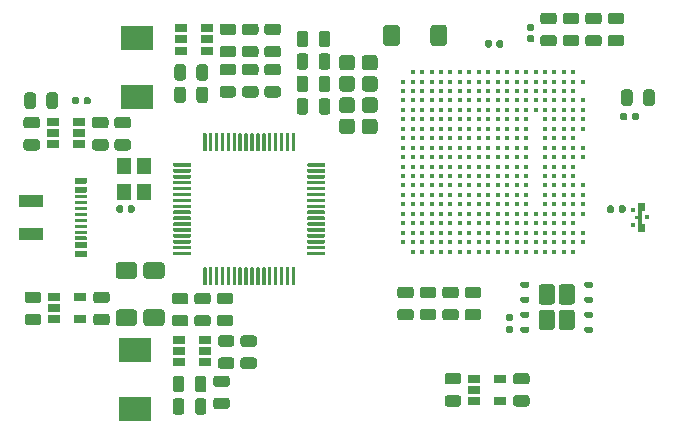
<source format=gbr>
G04 #@! TF.GenerationSoftware,KiCad,Pcbnew,(5.99.0-2267-g4486b0b6d)*
G04 #@! TF.CreationDate,2020-07-12T23:07:06+02:00*
G04 #@! TF.ProjectId,TDR,5444522e-6b69-4636-9164-5f7063625858,A*
G04 #@! TF.SameCoordinates,Original*
G04 #@! TF.FileFunction,Paste,Top*
G04 #@! TF.FilePolarity,Positive*
%FSLAX46Y46*%
G04 Gerber Fmt 4.6, Leading zero omitted, Abs format (unit mm)*
G04 Created by KiCad (PCBNEW (5.99.0-2267-g4486b0b6d)) date 2020-07-12 23:07:06*
%MOMM*%
%LPD*%
G01*
G04 APERTURE LIST*
%ADD10R,2.000000X1.000000*%
%ADD11C,0.400000*%
%ADD12R,0.400000X0.450000*%
%ADD13R,1.060000X0.650000*%
%ADD14R,1.200000X1.400000*%
%ADD15R,2.800000X2.000000*%
G04 APERTURE END LIST*
G36*
G01*
X151071666Y-66075000D02*
X151416666Y-66075000D01*
G75*
G02*
X151564166Y-66222500I0J-147500D01*
G01*
X151564166Y-66517500D01*
G75*
G02*
X151416666Y-66665000I-147500J0D01*
G01*
X151071666Y-66665000D01*
G75*
G02*
X150924166Y-66517500I0J147500D01*
G01*
X150924166Y-66222500D01*
G75*
G02*
X151071666Y-66075000I147500J0D01*
G01*
G37*
G36*
G01*
X151071666Y-65105000D02*
X151416666Y-65105000D01*
G75*
G02*
X151564166Y-65252500I0J-147500D01*
G01*
X151564166Y-65547500D01*
G75*
G02*
X151416666Y-65695000I-147500J0D01*
G01*
X151071666Y-65695000D01*
G75*
G02*
X150924166Y-65547500I0J147500D01*
G01*
X150924166Y-65252500D01*
G75*
G02*
X151071666Y-65105000I147500J0D01*
G01*
G37*
G36*
G01*
X132405000Y-71628750D02*
X132405000Y-72541250D01*
G75*
G02*
X132161250Y-72785000I-243750J0D01*
G01*
X131673750Y-72785000D01*
G75*
G02*
X131430000Y-72541250I0J243750D01*
G01*
X131430000Y-71628750D01*
G75*
G02*
X131673750Y-71385000I243750J0D01*
G01*
X132161250Y-71385000D01*
G75*
G02*
X132405000Y-71628750I0J-243750D01*
G01*
G37*
G36*
G01*
X134280000Y-71628750D02*
X134280000Y-72541250D01*
G75*
G02*
X134036250Y-72785000I-243750J0D01*
G01*
X133548750Y-72785000D01*
G75*
G02*
X133305000Y-72541250I0J243750D01*
G01*
X133305000Y-71628750D01*
G75*
G02*
X133548750Y-71385000I243750J0D01*
G01*
X134036250Y-71385000D01*
G75*
G02*
X134280000Y-71628750I0J-243750D01*
G01*
G37*
G36*
G01*
X132405000Y-69728750D02*
X132405000Y-70641250D01*
G75*
G02*
X132161250Y-70885000I-243750J0D01*
G01*
X131673750Y-70885000D01*
G75*
G02*
X131430000Y-70641250I0J243750D01*
G01*
X131430000Y-69728750D01*
G75*
G02*
X131673750Y-69485000I243750J0D01*
G01*
X132161250Y-69485000D01*
G75*
G02*
X132405000Y-69728750I0J-243750D01*
G01*
G37*
G36*
G01*
X134280000Y-69728750D02*
X134280000Y-70641250D01*
G75*
G02*
X134036250Y-70885000I-243750J0D01*
G01*
X133548750Y-70885000D01*
G75*
G02*
X133305000Y-70641250I0J243750D01*
G01*
X133305000Y-69728750D01*
G75*
G02*
X133548750Y-69485000I243750J0D01*
G01*
X134036250Y-69485000D01*
G75*
G02*
X134280000Y-69728750I0J-243750D01*
G01*
G37*
G36*
G01*
X132405000Y-67828750D02*
X132405000Y-68741250D01*
G75*
G02*
X132161250Y-68985000I-243750J0D01*
G01*
X131673750Y-68985000D01*
G75*
G02*
X131430000Y-68741250I0J243750D01*
G01*
X131430000Y-67828750D01*
G75*
G02*
X131673750Y-67585000I243750J0D01*
G01*
X132161250Y-67585000D01*
G75*
G02*
X132405000Y-67828750I0J-243750D01*
G01*
G37*
G36*
G01*
X134280000Y-67828750D02*
X134280000Y-68741250D01*
G75*
G02*
X134036250Y-68985000I-243750J0D01*
G01*
X133548750Y-68985000D01*
G75*
G02*
X133305000Y-68741250I0J243750D01*
G01*
X133305000Y-67828750D01*
G75*
G02*
X133548750Y-67585000I243750J0D01*
G01*
X134036250Y-67585000D01*
G75*
G02*
X134280000Y-67828750I0J-243750D01*
G01*
G37*
G36*
G01*
X132405000Y-65928750D02*
X132405000Y-66841250D01*
G75*
G02*
X132161250Y-67085000I-243750J0D01*
G01*
X131673750Y-67085000D01*
G75*
G02*
X131430000Y-66841250I0J243750D01*
G01*
X131430000Y-65928750D01*
G75*
G02*
X131673750Y-65685000I243750J0D01*
G01*
X132161250Y-65685000D01*
G75*
G02*
X132405000Y-65928750I0J-243750D01*
G01*
G37*
G36*
G01*
X134280000Y-65928750D02*
X134280000Y-66841250D01*
G75*
G02*
X134036250Y-67085000I-243750J0D01*
G01*
X133548750Y-67085000D01*
G75*
G02*
X133305000Y-66841250I0J243750D01*
G01*
X133305000Y-65928750D01*
G75*
G02*
X133548750Y-65685000I243750J0D01*
G01*
X134036250Y-65685000D01*
G75*
G02*
X134280000Y-65928750I0J-243750D01*
G01*
G37*
G36*
G01*
X136955000Y-74185000D02*
X136955000Y-73385000D01*
G75*
G02*
X137205000Y-73135000I250000J0D01*
G01*
X138030000Y-73135000D01*
G75*
G02*
X138280000Y-73385000I0J-250000D01*
G01*
X138280000Y-74185000D01*
G75*
G02*
X138030000Y-74435000I-250000J0D01*
G01*
X137205000Y-74435000D01*
G75*
G02*
X136955000Y-74185000I0J250000D01*
G01*
G37*
G36*
G01*
X135030000Y-74185000D02*
X135030000Y-73385000D01*
G75*
G02*
X135280000Y-73135000I250000J0D01*
G01*
X136105000Y-73135000D01*
G75*
G02*
X136355000Y-73385000I0J-250000D01*
G01*
X136355000Y-74185000D01*
G75*
G02*
X136105000Y-74435000I-250000J0D01*
G01*
X135280000Y-74435000D01*
G75*
G02*
X135030000Y-74185000I0J250000D01*
G01*
G37*
G36*
G01*
X136955000Y-72385000D02*
X136955000Y-71585000D01*
G75*
G02*
X137205000Y-71335000I250000J0D01*
G01*
X138030000Y-71335000D01*
G75*
G02*
X138280000Y-71585000I0J-250000D01*
G01*
X138280000Y-72385000D01*
G75*
G02*
X138030000Y-72635000I-250000J0D01*
G01*
X137205000Y-72635000D01*
G75*
G02*
X136955000Y-72385000I0J250000D01*
G01*
G37*
G36*
G01*
X135030000Y-72385000D02*
X135030000Y-71585000D01*
G75*
G02*
X135280000Y-71335000I250000J0D01*
G01*
X136105000Y-71335000D01*
G75*
G02*
X136355000Y-71585000I0J-250000D01*
G01*
X136355000Y-72385000D01*
G75*
G02*
X136105000Y-72635000I-250000J0D01*
G01*
X135280000Y-72635000D01*
G75*
G02*
X135030000Y-72385000I0J250000D01*
G01*
G37*
G36*
G01*
X136955000Y-70585000D02*
X136955000Y-69785000D01*
G75*
G02*
X137205000Y-69535000I250000J0D01*
G01*
X138030000Y-69535000D01*
G75*
G02*
X138280000Y-69785000I0J-250000D01*
G01*
X138280000Y-70585000D01*
G75*
G02*
X138030000Y-70835000I-250000J0D01*
G01*
X137205000Y-70835000D01*
G75*
G02*
X136955000Y-70585000I0J250000D01*
G01*
G37*
G36*
G01*
X135030000Y-70585000D02*
X135030000Y-69785000D01*
G75*
G02*
X135280000Y-69535000I250000J0D01*
G01*
X136105000Y-69535000D01*
G75*
G02*
X136355000Y-69785000I0J-250000D01*
G01*
X136355000Y-70585000D01*
G75*
G02*
X136105000Y-70835000I-250000J0D01*
G01*
X135280000Y-70835000D01*
G75*
G02*
X135030000Y-70585000I0J250000D01*
G01*
G37*
G36*
G01*
X136955000Y-68785000D02*
X136955000Y-67985000D01*
G75*
G02*
X137205000Y-67735000I250000J0D01*
G01*
X138030000Y-67735000D01*
G75*
G02*
X138280000Y-67985000I0J-250000D01*
G01*
X138280000Y-68785000D01*
G75*
G02*
X138030000Y-69035000I-250000J0D01*
G01*
X137205000Y-69035000D01*
G75*
G02*
X136955000Y-68785000I0J250000D01*
G01*
G37*
G36*
G01*
X135030000Y-68785000D02*
X135030000Y-67985000D01*
G75*
G02*
X135280000Y-67735000I250000J0D01*
G01*
X136105000Y-67735000D01*
G75*
G02*
X136355000Y-67985000I0J-250000D01*
G01*
X136355000Y-68785000D01*
G75*
G02*
X136105000Y-69035000I-250000J0D01*
G01*
X135280000Y-69035000D01*
G75*
G02*
X135030000Y-68785000I0J250000D01*
G01*
G37*
D10*
X108955000Y-82885000D03*
X108955000Y-80085000D03*
G36*
G01*
X112707000Y-84325000D02*
X113603000Y-84325000D01*
G75*
G02*
X113655000Y-84377000I0J-52000D01*
G01*
X113655000Y-84793000D01*
G75*
G02*
X113603000Y-84845000I-52000J0D01*
G01*
X112707000Y-84845000D01*
G75*
G02*
X112655000Y-84793000I0J52000D01*
G01*
X112655000Y-84377000D01*
G75*
G02*
X112707000Y-84325000I52000J0D01*
G01*
G37*
G36*
G01*
X112707000Y-83575000D02*
X113603000Y-83575000D01*
G75*
G02*
X113655000Y-83627000I0J-52000D01*
G01*
X113655000Y-84043000D01*
G75*
G02*
X113603000Y-84095000I-52000J0D01*
G01*
X112707000Y-84095000D01*
G75*
G02*
X112655000Y-84043000I0J52000D01*
G01*
X112655000Y-83627000D01*
G75*
G02*
X112707000Y-83575000I52000J0D01*
G01*
G37*
G36*
G01*
X112707000Y-78875000D02*
X113603000Y-78875000D01*
G75*
G02*
X113655000Y-78927000I0J-52000D01*
G01*
X113655000Y-79343000D01*
G75*
G02*
X113603000Y-79395000I-52000J0D01*
G01*
X112707000Y-79395000D01*
G75*
G02*
X112655000Y-79343000I0J52000D01*
G01*
X112655000Y-78927000D01*
G75*
G02*
X112707000Y-78875000I52000J0D01*
G01*
G37*
G36*
G01*
X112707000Y-78125000D02*
X113603000Y-78125000D01*
G75*
G02*
X113655000Y-78177000I0J-52000D01*
G01*
X113655000Y-78593000D01*
G75*
G02*
X113603000Y-78645000I-52000J0D01*
G01*
X112707000Y-78645000D01*
G75*
G02*
X112655000Y-78593000I0J52000D01*
G01*
X112655000Y-78177000D01*
G75*
G02*
X112707000Y-78125000I52000J0D01*
G01*
G37*
G36*
G01*
X112707000Y-78125000D02*
X113603000Y-78125000D01*
G75*
G02*
X113655000Y-78177000I0J-52000D01*
G01*
X113655000Y-78593000D01*
G75*
G02*
X113603000Y-78645000I-52000J0D01*
G01*
X112707000Y-78645000D01*
G75*
G02*
X112655000Y-78593000I0J52000D01*
G01*
X112655000Y-78177000D01*
G75*
G02*
X112707000Y-78125000I52000J0D01*
G01*
G37*
G36*
G01*
X112707000Y-78875000D02*
X113603000Y-78875000D01*
G75*
G02*
X113655000Y-78927000I0J-52000D01*
G01*
X113655000Y-79343000D01*
G75*
G02*
X113603000Y-79395000I-52000J0D01*
G01*
X112707000Y-79395000D01*
G75*
G02*
X112655000Y-79343000I0J52000D01*
G01*
X112655000Y-78927000D01*
G75*
G02*
X112707000Y-78875000I52000J0D01*
G01*
G37*
G36*
G01*
X112707000Y-83575000D02*
X113603000Y-83575000D01*
G75*
G02*
X113655000Y-83627000I0J-52000D01*
G01*
X113655000Y-84043000D01*
G75*
G02*
X113603000Y-84095000I-52000J0D01*
G01*
X112707000Y-84095000D01*
G75*
G02*
X112655000Y-84043000I0J52000D01*
G01*
X112655000Y-83627000D01*
G75*
G02*
X112707000Y-83575000I52000J0D01*
G01*
G37*
G36*
G01*
X112707000Y-84325000D02*
X113603000Y-84325000D01*
G75*
G02*
X113655000Y-84377000I0J-52000D01*
G01*
X113655000Y-84793000D01*
G75*
G02*
X113603000Y-84845000I-52000J0D01*
G01*
X112707000Y-84845000D01*
G75*
G02*
X112655000Y-84793000I0J52000D01*
G01*
X112655000Y-84377000D01*
G75*
G02*
X112707000Y-84325000I52000J0D01*
G01*
G37*
G36*
G01*
X112682000Y-79600000D02*
X113628000Y-79600000D01*
G75*
G02*
X113655000Y-79627000I0J-27000D01*
G01*
X113655000Y-79843000D01*
G75*
G02*
X113628000Y-79870000I-27000J0D01*
G01*
X112682000Y-79870000D01*
G75*
G02*
X112655000Y-79843000I0J27000D01*
G01*
X112655000Y-79627000D01*
G75*
G02*
X112682000Y-79600000I27000J0D01*
G01*
G37*
G36*
G01*
X112682000Y-80100000D02*
X113628000Y-80100000D01*
G75*
G02*
X113655000Y-80127000I0J-27000D01*
G01*
X113655000Y-80343000D01*
G75*
G02*
X113628000Y-80370000I-27000J0D01*
G01*
X112682000Y-80370000D01*
G75*
G02*
X112655000Y-80343000I0J27000D01*
G01*
X112655000Y-80127000D01*
G75*
G02*
X112682000Y-80100000I27000J0D01*
G01*
G37*
G36*
G01*
X112682000Y-80600000D02*
X113628000Y-80600000D01*
G75*
G02*
X113655000Y-80627000I0J-27000D01*
G01*
X113655000Y-80843000D01*
G75*
G02*
X113628000Y-80870000I-27000J0D01*
G01*
X112682000Y-80870000D01*
G75*
G02*
X112655000Y-80843000I0J27000D01*
G01*
X112655000Y-80627000D01*
G75*
G02*
X112682000Y-80600000I27000J0D01*
G01*
G37*
G36*
G01*
X112682000Y-81600000D02*
X113628000Y-81600000D01*
G75*
G02*
X113655000Y-81627000I0J-27000D01*
G01*
X113655000Y-81843000D01*
G75*
G02*
X113628000Y-81870000I-27000J0D01*
G01*
X112682000Y-81870000D01*
G75*
G02*
X112655000Y-81843000I0J27000D01*
G01*
X112655000Y-81627000D01*
G75*
G02*
X112682000Y-81600000I27000J0D01*
G01*
G37*
G36*
G01*
X112682000Y-82100000D02*
X113628000Y-82100000D01*
G75*
G02*
X113655000Y-82127000I0J-27000D01*
G01*
X113655000Y-82343000D01*
G75*
G02*
X113628000Y-82370000I-27000J0D01*
G01*
X112682000Y-82370000D01*
G75*
G02*
X112655000Y-82343000I0J27000D01*
G01*
X112655000Y-82127000D01*
G75*
G02*
X112682000Y-82100000I27000J0D01*
G01*
G37*
G36*
G01*
X112682000Y-82600000D02*
X113628000Y-82600000D01*
G75*
G02*
X113655000Y-82627000I0J-27000D01*
G01*
X113655000Y-82843000D01*
G75*
G02*
X113628000Y-82870000I-27000J0D01*
G01*
X112682000Y-82870000D01*
G75*
G02*
X112655000Y-82843000I0J27000D01*
G01*
X112655000Y-82627000D01*
G75*
G02*
X112682000Y-82600000I27000J0D01*
G01*
G37*
G36*
G01*
X112682000Y-83100000D02*
X113628000Y-83100000D01*
G75*
G02*
X113655000Y-83127000I0J-27000D01*
G01*
X113655000Y-83343000D01*
G75*
G02*
X113628000Y-83370000I-27000J0D01*
G01*
X112682000Y-83370000D01*
G75*
G02*
X112655000Y-83343000I0J27000D01*
G01*
X112655000Y-83127000D01*
G75*
G02*
X112682000Y-83100000I27000J0D01*
G01*
G37*
G36*
G01*
X112682000Y-81100000D02*
X113628000Y-81100000D01*
G75*
G02*
X113655000Y-81127000I0J-27000D01*
G01*
X113655000Y-81343000D01*
G75*
G02*
X113628000Y-81370000I-27000J0D01*
G01*
X112682000Y-81370000D01*
G75*
G02*
X112655000Y-81343000I0J27000D01*
G01*
X112655000Y-81127000D01*
G75*
G02*
X112682000Y-81100000I27000J0D01*
G01*
G37*
D11*
X155655000Y-69985000D03*
X155655000Y-71585000D03*
X155655000Y-72385000D03*
X155655000Y-73185000D03*
X155655000Y-73985000D03*
X155655000Y-75585000D03*
X155655000Y-76385000D03*
X155655000Y-78785000D03*
X155655000Y-79585000D03*
X155655000Y-80385000D03*
X155655000Y-81185000D03*
X155655000Y-82785000D03*
X155655000Y-83585000D03*
X154855000Y-69185000D03*
X154855000Y-69985000D03*
X154855000Y-70785000D03*
X154855000Y-71585000D03*
X154855000Y-72385000D03*
X154855000Y-73185000D03*
X154855000Y-73985000D03*
X154855000Y-74785000D03*
X154855000Y-75585000D03*
X154855000Y-76385000D03*
X154855000Y-77185000D03*
X154855000Y-77985000D03*
X154855000Y-78785000D03*
X154855000Y-79585000D03*
X154855000Y-80385000D03*
X154855000Y-81185000D03*
X154855000Y-81985000D03*
X154855000Y-82785000D03*
X154855000Y-83585000D03*
X154855000Y-84385000D03*
X154055000Y-69185000D03*
X154055000Y-69985000D03*
X154055000Y-70785000D03*
X154055000Y-71585000D03*
X154055000Y-72385000D03*
X154055000Y-73185000D03*
X154055000Y-73985000D03*
X154055000Y-74785000D03*
X154055000Y-75585000D03*
X154055000Y-76385000D03*
X154055000Y-77185000D03*
X154055000Y-77985000D03*
X154055000Y-78785000D03*
X154055000Y-79585000D03*
X154055000Y-80385000D03*
X154055000Y-81185000D03*
X154055000Y-81985000D03*
X154055000Y-82785000D03*
X154055000Y-83585000D03*
X154055000Y-84385000D03*
X153255000Y-69185000D03*
X153255000Y-69985000D03*
X153255000Y-70785000D03*
X153255000Y-71585000D03*
X153255000Y-72385000D03*
X153255000Y-73185000D03*
X153255000Y-73985000D03*
X153255000Y-74785000D03*
X153255000Y-75585000D03*
X153255000Y-76385000D03*
X153255000Y-77185000D03*
X153255000Y-77985000D03*
X153255000Y-78785000D03*
X153255000Y-79585000D03*
X153255000Y-80385000D03*
X153255000Y-81185000D03*
X153255000Y-81985000D03*
X153255000Y-82785000D03*
X153255000Y-83585000D03*
X153255000Y-84385000D03*
X152455000Y-69185000D03*
X152455000Y-69985000D03*
X152455000Y-70785000D03*
X152455000Y-71585000D03*
X152455000Y-72385000D03*
X152455000Y-73185000D03*
X152455000Y-73985000D03*
X152455000Y-74785000D03*
X152455000Y-75585000D03*
X152455000Y-76385000D03*
X152455000Y-77185000D03*
X152455000Y-77985000D03*
X152455000Y-78785000D03*
X152455000Y-79585000D03*
X152455000Y-80385000D03*
X152455000Y-81185000D03*
X152455000Y-81985000D03*
X152455000Y-82785000D03*
X152455000Y-83585000D03*
X152455000Y-84385000D03*
X151655000Y-69185000D03*
X151655000Y-69985000D03*
X151655000Y-70785000D03*
X151655000Y-71585000D03*
X151655000Y-72385000D03*
X151655000Y-81185000D03*
X151655000Y-81985000D03*
X151655000Y-82785000D03*
X151655000Y-83585000D03*
X151655000Y-84385000D03*
X150855000Y-69185000D03*
X150855000Y-69985000D03*
X150855000Y-70785000D03*
X150855000Y-71585000D03*
X150855000Y-72385000D03*
X150855000Y-73185000D03*
X150855000Y-73985000D03*
X150855000Y-74785000D03*
X150855000Y-75585000D03*
X150855000Y-76385000D03*
X150855000Y-77185000D03*
X150855000Y-77985000D03*
X150855000Y-78785000D03*
X150855000Y-79585000D03*
X150855000Y-80385000D03*
X150855000Y-81185000D03*
X150855000Y-81985000D03*
X150855000Y-82785000D03*
X150855000Y-83585000D03*
X150855000Y-84385000D03*
X150055000Y-69185000D03*
X150055000Y-69985000D03*
X150055000Y-70785000D03*
X150055000Y-71585000D03*
X150055000Y-72385000D03*
X150055000Y-73185000D03*
X150055000Y-73985000D03*
X150055000Y-74785000D03*
X150055000Y-75585000D03*
X150055000Y-76385000D03*
X150055000Y-77185000D03*
X150055000Y-77985000D03*
X150055000Y-78785000D03*
X150055000Y-79585000D03*
X150055000Y-80385000D03*
X150055000Y-81185000D03*
X150055000Y-81985000D03*
X150055000Y-82785000D03*
X150055000Y-83585000D03*
X150055000Y-84385000D03*
X149255000Y-69185000D03*
X149255000Y-69985000D03*
X149255000Y-70785000D03*
X149255000Y-71585000D03*
X149255000Y-72385000D03*
X149255000Y-73185000D03*
X149255000Y-73985000D03*
X149255000Y-74785000D03*
X149255000Y-75585000D03*
X149255000Y-76385000D03*
X149255000Y-77185000D03*
X149255000Y-77985000D03*
X149255000Y-78785000D03*
X149255000Y-79585000D03*
X149255000Y-80385000D03*
X149255000Y-81185000D03*
X149255000Y-81985000D03*
X149255000Y-82785000D03*
X149255000Y-83585000D03*
X149255000Y-84385000D03*
X148455000Y-69185000D03*
X148455000Y-69985000D03*
X148455000Y-70785000D03*
X148455000Y-71585000D03*
X148455000Y-72385000D03*
X148455000Y-73185000D03*
X148455000Y-73985000D03*
X148455000Y-74785000D03*
X148455000Y-75585000D03*
X148455000Y-76385000D03*
X148455000Y-77185000D03*
X148455000Y-77985000D03*
X148455000Y-78785000D03*
X148455000Y-79585000D03*
X148455000Y-80385000D03*
X148455000Y-81185000D03*
X148455000Y-81985000D03*
X148455000Y-82785000D03*
X148455000Y-83585000D03*
X148455000Y-84385000D03*
X147655000Y-69185000D03*
X147655000Y-69985000D03*
X147655000Y-70785000D03*
X147655000Y-71585000D03*
X147655000Y-72385000D03*
X147655000Y-73185000D03*
X147655000Y-73985000D03*
X147655000Y-74785000D03*
X147655000Y-75585000D03*
X147655000Y-76385000D03*
X147655000Y-77185000D03*
X147655000Y-77985000D03*
X147655000Y-78785000D03*
X147655000Y-79585000D03*
X147655000Y-80385000D03*
X147655000Y-81185000D03*
X147655000Y-81985000D03*
X147655000Y-82785000D03*
X147655000Y-83585000D03*
X147655000Y-84385000D03*
X146855000Y-69185000D03*
X146855000Y-69985000D03*
X146855000Y-70785000D03*
X146855000Y-71585000D03*
X146855000Y-72385000D03*
X146855000Y-73185000D03*
X146855000Y-73985000D03*
X146855000Y-74785000D03*
X146855000Y-75585000D03*
X146855000Y-76385000D03*
X146855000Y-77185000D03*
X146855000Y-77985000D03*
X146855000Y-78785000D03*
X146855000Y-79585000D03*
X146855000Y-80385000D03*
X146855000Y-81185000D03*
X146855000Y-81985000D03*
X146855000Y-82785000D03*
X146855000Y-83585000D03*
X146855000Y-84385000D03*
X146055000Y-69185000D03*
X146055000Y-69985000D03*
X146055000Y-70785000D03*
X146055000Y-71585000D03*
X146055000Y-72385000D03*
X146055000Y-73185000D03*
X146055000Y-73985000D03*
X146055000Y-74785000D03*
X146055000Y-75585000D03*
X146055000Y-76385000D03*
X146055000Y-77185000D03*
X146055000Y-77985000D03*
X146055000Y-78785000D03*
X146055000Y-79585000D03*
X146055000Y-80385000D03*
X146055000Y-81185000D03*
X146055000Y-81985000D03*
X146055000Y-82785000D03*
X146055000Y-83585000D03*
X146055000Y-84385000D03*
X145255000Y-69185000D03*
X145255000Y-69985000D03*
X145255000Y-70785000D03*
X145255000Y-71585000D03*
X145255000Y-72385000D03*
X145255000Y-73185000D03*
X145255000Y-73985000D03*
X145255000Y-74785000D03*
X145255000Y-75585000D03*
X145255000Y-76385000D03*
X145255000Y-77185000D03*
X145255000Y-77985000D03*
X145255000Y-78785000D03*
X145255000Y-79585000D03*
X145255000Y-80385000D03*
X145255000Y-81185000D03*
X145255000Y-81985000D03*
X145255000Y-82785000D03*
X145255000Y-83585000D03*
X145255000Y-84385000D03*
X144455000Y-69185000D03*
X144455000Y-69985000D03*
X144455000Y-70785000D03*
X144455000Y-71585000D03*
X144455000Y-72385000D03*
X144455000Y-73185000D03*
X144455000Y-73985000D03*
X144455000Y-74785000D03*
X144455000Y-75585000D03*
X144455000Y-76385000D03*
X144455000Y-77185000D03*
X144455000Y-77985000D03*
X144455000Y-78785000D03*
X144455000Y-79585000D03*
X144455000Y-80385000D03*
X144455000Y-81185000D03*
X144455000Y-81985000D03*
X144455000Y-82785000D03*
X144455000Y-83585000D03*
X144455000Y-84385000D03*
X143655000Y-69185000D03*
X143655000Y-69985000D03*
X143655000Y-70785000D03*
X143655000Y-71585000D03*
X143655000Y-72385000D03*
X143655000Y-73185000D03*
X143655000Y-73985000D03*
X143655000Y-74785000D03*
X143655000Y-75585000D03*
X143655000Y-76385000D03*
X143655000Y-77185000D03*
X143655000Y-77985000D03*
X143655000Y-78785000D03*
X143655000Y-79585000D03*
X143655000Y-80385000D03*
X143655000Y-81185000D03*
X143655000Y-81985000D03*
X143655000Y-82785000D03*
X143655000Y-83585000D03*
X143655000Y-84385000D03*
X142855000Y-69185000D03*
X142855000Y-69985000D03*
X142855000Y-70785000D03*
X142855000Y-71585000D03*
X142855000Y-72385000D03*
X142855000Y-73185000D03*
X142855000Y-73985000D03*
X142855000Y-74785000D03*
X142855000Y-75585000D03*
X142855000Y-76385000D03*
X142855000Y-77185000D03*
X142855000Y-77985000D03*
X142855000Y-78785000D03*
X142855000Y-79585000D03*
X142855000Y-80385000D03*
X142855000Y-81185000D03*
X142855000Y-81985000D03*
X142855000Y-82785000D03*
X142855000Y-83585000D03*
X142855000Y-84385000D03*
X142055000Y-69185000D03*
X142055000Y-69985000D03*
X142055000Y-70785000D03*
X142055000Y-71585000D03*
X142055000Y-72385000D03*
X142055000Y-73185000D03*
X142055000Y-73985000D03*
X142055000Y-74785000D03*
X142055000Y-75585000D03*
X142055000Y-76385000D03*
X142055000Y-77185000D03*
X142055000Y-77985000D03*
X142055000Y-78785000D03*
X142055000Y-79585000D03*
X142055000Y-80385000D03*
X142055000Y-81185000D03*
X142055000Y-81985000D03*
X142055000Y-82785000D03*
X142055000Y-83585000D03*
X142055000Y-84385000D03*
X141255000Y-69185000D03*
X141255000Y-69985000D03*
X141255000Y-70785000D03*
X141255000Y-71585000D03*
X141255000Y-72385000D03*
X141255000Y-73185000D03*
X141255000Y-73985000D03*
X141255000Y-74785000D03*
X141255000Y-75585000D03*
X141255000Y-76385000D03*
X141255000Y-77185000D03*
X141255000Y-77985000D03*
X141255000Y-78785000D03*
X141255000Y-79585000D03*
X141255000Y-80385000D03*
X141255000Y-81185000D03*
X141255000Y-81985000D03*
X141255000Y-82785000D03*
X141255000Y-83585000D03*
X141255000Y-84385000D03*
X140455000Y-69985000D03*
X140455000Y-70785000D03*
X140455000Y-71585000D03*
X140455000Y-72385000D03*
X140455000Y-73185000D03*
X140455000Y-73985000D03*
X140455000Y-74785000D03*
X140455000Y-75585000D03*
X140455000Y-76385000D03*
X140455000Y-77185000D03*
X140455000Y-77985000D03*
X140455000Y-78785000D03*
X140455000Y-79585000D03*
X140455000Y-80385000D03*
X140455000Y-81185000D03*
X140455000Y-81985000D03*
X140455000Y-82785000D03*
X140455000Y-83585000D03*
G36*
G01*
X158690000Y-80972500D02*
X158690000Y-80627500D01*
G75*
G02*
X158837500Y-80480000I147500J0D01*
G01*
X159132500Y-80480000D01*
G75*
G02*
X159280000Y-80627500I0J-147500D01*
G01*
X159280000Y-80972500D01*
G75*
G02*
X159132500Y-81120000I-147500J0D01*
G01*
X158837500Y-81120000D01*
G75*
G02*
X158690000Y-80972500I0J147500D01*
G01*
G37*
G36*
G01*
X157720000Y-80972500D02*
X157720000Y-80627500D01*
G75*
G02*
X157867500Y-80480000I147500J0D01*
G01*
X158162500Y-80480000D01*
G75*
G02*
X158310000Y-80627500I0J-147500D01*
G01*
X158310000Y-80972500D01*
G75*
G02*
X158162500Y-81120000I-147500J0D01*
G01*
X157867500Y-81120000D01*
G75*
G02*
X157720000Y-80972500I0J147500D01*
G01*
G37*
G36*
G01*
X158911250Y-65135000D02*
X157998750Y-65135000D01*
G75*
G02*
X157755000Y-64891250I0J243750D01*
G01*
X157755000Y-64403750D01*
G75*
G02*
X157998750Y-64160000I243750J0D01*
G01*
X158911250Y-64160000D01*
G75*
G02*
X159155000Y-64403750I0J-243750D01*
G01*
X159155000Y-64891250D01*
G75*
G02*
X158911250Y-65135000I-243750J0D01*
G01*
G37*
G36*
G01*
X158911250Y-67010000D02*
X157998750Y-67010000D01*
G75*
G02*
X157755000Y-66766250I0J243750D01*
G01*
X157755000Y-66278750D01*
G75*
G02*
X157998750Y-66035000I243750J0D01*
G01*
X158911250Y-66035000D01*
G75*
G02*
X159155000Y-66278750I0J-243750D01*
G01*
X159155000Y-66766250D01*
G75*
G02*
X158911250Y-67010000I-243750J0D01*
G01*
G37*
G36*
G01*
X157011250Y-65135000D02*
X156098750Y-65135000D01*
G75*
G02*
X155855000Y-64891250I0J243750D01*
G01*
X155855000Y-64403750D01*
G75*
G02*
X156098750Y-64160000I243750J0D01*
G01*
X157011250Y-64160000D01*
G75*
G02*
X157255000Y-64403750I0J-243750D01*
G01*
X157255000Y-64891250D01*
G75*
G02*
X157011250Y-65135000I-243750J0D01*
G01*
G37*
G36*
G01*
X157011250Y-67010000D02*
X156098750Y-67010000D01*
G75*
G02*
X155855000Y-66766250I0J243750D01*
G01*
X155855000Y-66278750D01*
G75*
G02*
X156098750Y-66035000I243750J0D01*
G01*
X157011250Y-66035000D01*
G75*
G02*
X157255000Y-66278750I0J-243750D01*
G01*
X157255000Y-66766250D01*
G75*
G02*
X157011250Y-67010000I-243750J0D01*
G01*
G37*
G36*
G01*
X153211250Y-65135000D02*
X152298750Y-65135000D01*
G75*
G02*
X152055000Y-64891250I0J243750D01*
G01*
X152055000Y-64403750D01*
G75*
G02*
X152298750Y-64160000I243750J0D01*
G01*
X153211250Y-64160000D01*
G75*
G02*
X153455000Y-64403750I0J-243750D01*
G01*
X153455000Y-64891250D01*
G75*
G02*
X153211250Y-65135000I-243750J0D01*
G01*
G37*
G36*
G01*
X153211250Y-67010000D02*
X152298750Y-67010000D01*
G75*
G02*
X152055000Y-66766250I0J243750D01*
G01*
X152055000Y-66278750D01*
G75*
G02*
X152298750Y-66035000I243750J0D01*
G01*
X153211250Y-66035000D01*
G75*
G02*
X153455000Y-66278750I0J-243750D01*
G01*
X153455000Y-66766250D01*
G75*
G02*
X153211250Y-67010000I-243750J0D01*
G01*
G37*
G36*
G01*
X155111250Y-65135000D02*
X154198750Y-65135000D01*
G75*
G02*
X153955000Y-64891250I0J243750D01*
G01*
X153955000Y-64403750D01*
G75*
G02*
X154198750Y-64160000I243750J0D01*
G01*
X155111250Y-64160000D01*
G75*
G02*
X155355000Y-64403750I0J-243750D01*
G01*
X155355000Y-64891250D01*
G75*
G02*
X155111250Y-65135000I-243750J0D01*
G01*
G37*
G36*
G01*
X155111250Y-67010000D02*
X154198750Y-67010000D01*
G75*
G02*
X153955000Y-66766250I0J243750D01*
G01*
X153955000Y-66278750D01*
G75*
G02*
X154198750Y-66035000I243750J0D01*
G01*
X155111250Y-66035000D01*
G75*
G02*
X155355000Y-66278750I0J-243750D01*
G01*
X155355000Y-66766250D01*
G75*
G02*
X155111250Y-67010000I-243750J0D01*
G01*
G37*
G36*
G01*
X140155000Y-65434999D02*
X140155000Y-66735001D01*
G75*
G02*
X139905001Y-66985000I-249999J0D01*
G01*
X139004999Y-66985000D01*
G75*
G02*
X138755000Y-66735001I0J249999D01*
G01*
X138755000Y-65434999D01*
G75*
G02*
X139004999Y-65185000I249999J0D01*
G01*
X139905001Y-65185000D01*
G75*
G02*
X140155000Y-65434999I0J-249999D01*
G01*
G37*
G36*
G01*
X144155000Y-65434999D02*
X144155000Y-66735001D01*
G75*
G02*
X143905001Y-66985000I-249999J0D01*
G01*
X143004999Y-66985000D01*
G75*
G02*
X142755000Y-66735001I0J249999D01*
G01*
X142755000Y-65434999D01*
G75*
G02*
X143004999Y-65185000I249999J0D01*
G01*
X143905001Y-65185000D01*
G75*
G02*
X144155000Y-65434999I0J-249999D01*
G01*
G37*
G36*
G01*
X148345000Y-66957500D02*
X148345000Y-66612500D01*
G75*
G02*
X148492500Y-66465000I147500J0D01*
G01*
X148787500Y-66465000D01*
G75*
G02*
X148935000Y-66612500I0J-147500D01*
G01*
X148935000Y-66957500D01*
G75*
G02*
X148787500Y-67105000I-147500J0D01*
G01*
X148492500Y-67105000D01*
G75*
G02*
X148345000Y-66957500I0J147500D01*
G01*
G37*
G36*
G01*
X147375000Y-66957500D02*
X147375000Y-66612500D01*
G75*
G02*
X147522500Y-66465000I147500J0D01*
G01*
X147817500Y-66465000D01*
G75*
G02*
X147965000Y-66612500I0J-147500D01*
G01*
X147965000Y-66957500D01*
G75*
G02*
X147817500Y-67105000I-147500J0D01*
G01*
X147522500Y-67105000D01*
G75*
G02*
X147375000Y-66957500I0J147500D01*
G01*
G37*
G36*
X160920000Y-80968773D02*
G01*
X160670000Y-80968772D01*
X160669999Y-82018772D01*
X160919999Y-82018772D01*
X160919999Y-82693772D01*
X160320000Y-82693772D01*
X160320000Y-81643771D01*
X160070000Y-81643771D01*
X160070000Y-81343772D01*
X160320001Y-81343772D01*
X160320001Y-80293772D01*
X160920000Y-80293772D01*
X160920000Y-80968773D01*
G37*
D12*
X159870000Y-82143772D03*
X159870000Y-80843772D03*
X161120000Y-81493772D03*
G36*
G01*
X113010000Y-71427500D02*
X113010000Y-71772500D01*
G75*
G02*
X112862500Y-71920000I-147500J0D01*
G01*
X112567500Y-71920000D01*
G75*
G02*
X112420000Y-71772500I0J147500D01*
G01*
X112420000Y-71427500D01*
G75*
G02*
X112567500Y-71280000I147500J0D01*
G01*
X112862500Y-71280000D01*
G75*
G02*
X113010000Y-71427500I0J-147500D01*
G01*
G37*
G36*
G01*
X113980000Y-71427500D02*
X113980000Y-71772500D01*
G75*
G02*
X113832500Y-71920000I-147500J0D01*
G01*
X113537500Y-71920000D01*
G75*
G02*
X113390000Y-71772500I0J147500D01*
G01*
X113390000Y-71427500D01*
G75*
G02*
X113537500Y-71280000I147500J0D01*
G01*
X113832500Y-71280000D01*
G75*
G02*
X113980000Y-71427500I0J-147500D01*
G01*
G37*
G36*
G01*
X159815000Y-73122500D02*
X159815000Y-72777500D01*
G75*
G02*
X159962500Y-72630000I147500J0D01*
G01*
X160257500Y-72630000D01*
G75*
G02*
X160405000Y-72777500I0J-147500D01*
G01*
X160405000Y-73122500D01*
G75*
G02*
X160257500Y-73270000I-147500J0D01*
G01*
X159962500Y-73270000D01*
G75*
G02*
X159815000Y-73122500I0J147500D01*
G01*
G37*
G36*
G01*
X158845000Y-73122500D02*
X158845000Y-72777500D01*
G75*
G02*
X158992500Y-72630000I147500J0D01*
G01*
X159287500Y-72630000D01*
G75*
G02*
X159435000Y-72777500I0J-147500D01*
G01*
X159435000Y-73122500D01*
G75*
G02*
X159287500Y-73270000I-147500J0D01*
G01*
X158992500Y-73270000D01*
G75*
G02*
X158845000Y-73122500I0J147500D01*
G01*
G37*
G36*
G01*
X116760000Y-80612500D02*
X116760000Y-80957500D01*
G75*
G02*
X116612500Y-81105000I-147500J0D01*
G01*
X116317500Y-81105000D01*
G75*
G02*
X116170000Y-80957500I0J147500D01*
G01*
X116170000Y-80612500D01*
G75*
G02*
X116317500Y-80465000I147500J0D01*
G01*
X116612500Y-80465000D01*
G75*
G02*
X116760000Y-80612500I0J-147500D01*
G01*
G37*
G36*
G01*
X117730000Y-80612500D02*
X117730000Y-80957500D01*
G75*
G02*
X117582500Y-81105000I-147500J0D01*
G01*
X117287500Y-81105000D01*
G75*
G02*
X117140000Y-80957500I0J147500D01*
G01*
X117140000Y-80612500D01*
G75*
G02*
X117287500Y-80465000I147500J0D01*
G01*
X117582500Y-80465000D01*
G75*
G02*
X117730000Y-80612500I0J-147500D01*
G01*
G37*
D13*
X113100000Y-88200000D03*
X113100000Y-90100000D03*
X110900000Y-90100000D03*
X110900000Y-89150000D03*
X110900000Y-88200000D03*
X113000000Y-74350000D03*
X113000000Y-73400000D03*
X113000000Y-75300000D03*
X110800000Y-75300000D03*
X110800000Y-74350000D03*
X110800000Y-73400000D03*
G36*
G01*
X120005001Y-86685000D02*
X118704999Y-86685000D01*
G75*
G02*
X118455000Y-86435001I0J249999D01*
G01*
X118455000Y-85534999D01*
G75*
G02*
X118704999Y-85285000I249999J0D01*
G01*
X120005001Y-85285000D01*
G75*
G02*
X120255000Y-85534999I0J-249999D01*
G01*
X120255000Y-86435001D01*
G75*
G02*
X120005001Y-86685000I-249999J0D01*
G01*
G37*
G36*
G01*
X120005001Y-90685000D02*
X118704999Y-90685000D01*
G75*
G02*
X118455000Y-90435001I0J249999D01*
G01*
X118455000Y-89534999D01*
G75*
G02*
X118704999Y-89285000I249999J0D01*
G01*
X120005001Y-89285000D01*
G75*
G02*
X120255000Y-89534999I0J-249999D01*
G01*
X120255000Y-90435001D01*
G75*
G02*
X120005001Y-90685000I-249999J0D01*
G01*
G37*
G36*
G01*
X117666170Y-86685000D02*
X116366168Y-86685000D01*
G75*
G02*
X116116169Y-86435001I0J249999D01*
G01*
X116116169Y-85534999D01*
G75*
G02*
X116366168Y-85285000I249999J0D01*
G01*
X117666170Y-85285000D01*
G75*
G02*
X117916169Y-85534999I0J-249999D01*
G01*
X117916169Y-86435001D01*
G75*
G02*
X117666170Y-86685000I-249999J0D01*
G01*
G37*
G36*
G01*
X117666170Y-90685000D02*
X116366168Y-90685000D01*
G75*
G02*
X116116169Y-90435001I0J249999D01*
G01*
X116116169Y-89534999D01*
G75*
G02*
X116366168Y-89285000I249999J0D01*
G01*
X117666170Y-89285000D01*
G75*
G02*
X117916169Y-89534999I0J-249999D01*
G01*
X117916169Y-90435001D01*
G75*
G02*
X117666170Y-90685000I-249999J0D01*
G01*
G37*
G36*
G01*
X114443750Y-89650000D02*
X115356250Y-89650000D01*
G75*
G02*
X115600000Y-89893750I0J-243750D01*
G01*
X115600000Y-90381250D01*
G75*
G02*
X115356250Y-90625000I-243750J0D01*
G01*
X114443750Y-90625000D01*
G75*
G02*
X114200000Y-90381250I0J243750D01*
G01*
X114200000Y-89893750D01*
G75*
G02*
X114443750Y-89650000I243750J0D01*
G01*
G37*
G36*
G01*
X114443750Y-87775000D02*
X115356250Y-87775000D01*
G75*
G02*
X115600000Y-88018750I0J-243750D01*
G01*
X115600000Y-88506250D01*
G75*
G02*
X115356250Y-88750000I-243750J0D01*
G01*
X114443750Y-88750000D01*
G75*
G02*
X114200000Y-88506250I0J243750D01*
G01*
X114200000Y-88018750D01*
G75*
G02*
X114443750Y-87775000I243750J0D01*
G01*
G37*
G36*
G01*
X108643750Y-89650000D02*
X109556250Y-89650000D01*
G75*
G02*
X109800000Y-89893750I0J-243750D01*
G01*
X109800000Y-90381250D01*
G75*
G02*
X109556250Y-90625000I-243750J0D01*
G01*
X108643750Y-90625000D01*
G75*
G02*
X108400000Y-90381250I0J243750D01*
G01*
X108400000Y-89893750D01*
G75*
G02*
X108643750Y-89650000I243750J0D01*
G01*
G37*
G36*
G01*
X108643750Y-87775000D02*
X109556250Y-87775000D01*
G75*
G02*
X109800000Y-88018750I0J-243750D01*
G01*
X109800000Y-88506250D01*
G75*
G02*
X109556250Y-88750000I-243750J0D01*
G01*
X108643750Y-88750000D01*
G75*
G02*
X108400000Y-88506250I0J243750D01*
G01*
X108400000Y-88018750D01*
G75*
G02*
X108643750Y-87775000I243750J0D01*
G01*
G37*
D14*
X116805000Y-79300000D03*
X116805000Y-77100000D03*
X118505000Y-77100000D03*
X118505000Y-79300000D03*
G36*
G01*
X141111250Y-88335000D02*
X140198750Y-88335000D01*
G75*
G02*
X139955000Y-88091250I0J243750D01*
G01*
X139955000Y-87603750D01*
G75*
G02*
X140198750Y-87360000I243750J0D01*
G01*
X141111250Y-87360000D01*
G75*
G02*
X141355000Y-87603750I0J-243750D01*
G01*
X141355000Y-88091250D01*
G75*
G02*
X141111250Y-88335000I-243750J0D01*
G01*
G37*
G36*
G01*
X141111250Y-90210000D02*
X140198750Y-90210000D01*
G75*
G02*
X139955000Y-89966250I0J243750D01*
G01*
X139955000Y-89478750D01*
G75*
G02*
X140198750Y-89235000I243750J0D01*
G01*
X141111250Y-89235000D01*
G75*
G02*
X141355000Y-89478750I0J-243750D01*
G01*
X141355000Y-89966250D01*
G75*
G02*
X141111250Y-90210000I-243750J0D01*
G01*
G37*
G36*
G01*
X143998750Y-89235000D02*
X144911250Y-89235000D01*
G75*
G02*
X145155000Y-89478750I0J-243750D01*
G01*
X145155000Y-89966250D01*
G75*
G02*
X144911250Y-90210000I-243750J0D01*
G01*
X143998750Y-90210000D01*
G75*
G02*
X143755000Y-89966250I0J243750D01*
G01*
X143755000Y-89478750D01*
G75*
G02*
X143998750Y-89235000I243750J0D01*
G01*
G37*
G36*
G01*
X143998750Y-87360000D02*
X144911250Y-87360000D01*
G75*
G02*
X145155000Y-87603750I0J-243750D01*
G01*
X145155000Y-88091250D01*
G75*
G02*
X144911250Y-88335000I-243750J0D01*
G01*
X143998750Y-88335000D01*
G75*
G02*
X143755000Y-88091250I0J243750D01*
G01*
X143755000Y-87603750D01*
G75*
G02*
X143998750Y-87360000I243750J0D01*
G01*
G37*
G36*
G01*
X142098750Y-89235000D02*
X143011250Y-89235000D01*
G75*
G02*
X143255000Y-89478750I0J-243750D01*
G01*
X143255000Y-89966250D01*
G75*
G02*
X143011250Y-90210000I-243750J0D01*
G01*
X142098750Y-90210000D01*
G75*
G02*
X141855000Y-89966250I0J243750D01*
G01*
X141855000Y-89478750D01*
G75*
G02*
X142098750Y-89235000I243750J0D01*
G01*
G37*
G36*
G01*
X142098750Y-87360000D02*
X143011250Y-87360000D01*
G75*
G02*
X143255000Y-87603750I0J-243750D01*
G01*
X143255000Y-88091250D01*
G75*
G02*
X143011250Y-88335000I-243750J0D01*
G01*
X142098750Y-88335000D01*
G75*
G02*
X141855000Y-88091250I0J243750D01*
G01*
X141855000Y-87603750D01*
G75*
G02*
X142098750Y-87360000I243750J0D01*
G01*
G37*
G36*
G01*
X145898750Y-89235000D02*
X146811250Y-89235000D01*
G75*
G02*
X147055000Y-89478750I0J-243750D01*
G01*
X147055000Y-89966250D01*
G75*
G02*
X146811250Y-90210000I-243750J0D01*
G01*
X145898750Y-90210000D01*
G75*
G02*
X145655000Y-89966250I0J243750D01*
G01*
X145655000Y-89478750D01*
G75*
G02*
X145898750Y-89235000I243750J0D01*
G01*
G37*
G36*
G01*
X145898750Y-87360000D02*
X146811250Y-87360000D01*
G75*
G02*
X147055000Y-87603750I0J-243750D01*
G01*
X147055000Y-88091250D01*
G75*
G02*
X146811250Y-88335000I-243750J0D01*
G01*
X145898750Y-88335000D01*
G75*
G02*
X145655000Y-88091250I0J243750D01*
G01*
X145655000Y-87603750D01*
G75*
G02*
X145898750Y-87360000I243750J0D01*
G01*
G37*
G36*
G01*
X116243750Y-74850000D02*
X117156250Y-74850000D01*
G75*
G02*
X117400000Y-75093750I0J-243750D01*
G01*
X117400000Y-75581250D01*
G75*
G02*
X117156250Y-75825000I-243750J0D01*
G01*
X116243750Y-75825000D01*
G75*
G02*
X116000000Y-75581250I0J243750D01*
G01*
X116000000Y-75093750D01*
G75*
G02*
X116243750Y-74850000I243750J0D01*
G01*
G37*
G36*
G01*
X116243750Y-72975000D02*
X117156250Y-72975000D01*
G75*
G02*
X117400000Y-73218750I0J-243750D01*
G01*
X117400000Y-73706250D01*
G75*
G02*
X117156250Y-73950000I-243750J0D01*
G01*
X116243750Y-73950000D01*
G75*
G02*
X116000000Y-73706250I0J243750D01*
G01*
X116000000Y-73218750D01*
G75*
G02*
X116243750Y-72975000I243750J0D01*
G01*
G37*
G36*
G01*
X114343750Y-74850000D02*
X115256250Y-74850000D01*
G75*
G02*
X115500000Y-75093750I0J-243750D01*
G01*
X115500000Y-75581250D01*
G75*
G02*
X115256250Y-75825000I-243750J0D01*
G01*
X114343750Y-75825000D01*
G75*
G02*
X114100000Y-75581250I0J243750D01*
G01*
X114100000Y-75093750D01*
G75*
G02*
X114343750Y-74850000I243750J0D01*
G01*
G37*
G36*
G01*
X114343750Y-72975000D02*
X115256250Y-72975000D01*
G75*
G02*
X115500000Y-73218750I0J-243750D01*
G01*
X115500000Y-73706250D01*
G75*
G02*
X115256250Y-73950000I-243750J0D01*
G01*
X114343750Y-73950000D01*
G75*
G02*
X114100000Y-73706250I0J243750D01*
G01*
X114100000Y-73218750D01*
G75*
G02*
X114343750Y-72975000I243750J0D01*
G01*
G37*
G36*
G01*
X108543750Y-74850000D02*
X109456250Y-74850000D01*
G75*
G02*
X109700000Y-75093750I0J-243750D01*
G01*
X109700000Y-75581250D01*
G75*
G02*
X109456250Y-75825000I-243750J0D01*
G01*
X108543750Y-75825000D01*
G75*
G02*
X108300000Y-75581250I0J243750D01*
G01*
X108300000Y-75093750D01*
G75*
G02*
X108543750Y-74850000I243750J0D01*
G01*
G37*
G36*
G01*
X108543750Y-72975000D02*
X109456250Y-72975000D01*
G75*
G02*
X109700000Y-73218750I0J-243750D01*
G01*
X109700000Y-73706250D01*
G75*
G02*
X109456250Y-73950000I-243750J0D01*
G01*
X108543750Y-73950000D01*
G75*
G02*
X108300000Y-73706250I0J243750D01*
G01*
X108300000Y-73218750D01*
G75*
G02*
X108543750Y-72975000I243750J0D01*
G01*
G37*
G36*
G01*
X109350000Y-71143750D02*
X109350000Y-72056250D01*
G75*
G02*
X109106250Y-72300000I-243750J0D01*
G01*
X108618750Y-72300000D01*
G75*
G02*
X108375000Y-72056250I0J243750D01*
G01*
X108375000Y-71143750D01*
G75*
G02*
X108618750Y-70900000I243750J0D01*
G01*
X109106250Y-70900000D01*
G75*
G02*
X109350000Y-71143750I0J-243750D01*
G01*
G37*
G36*
G01*
X111225000Y-71143750D02*
X111225000Y-72056250D01*
G75*
G02*
X110981250Y-72300000I-243750J0D01*
G01*
X110493750Y-72300000D01*
G75*
G02*
X110250000Y-72056250I0J243750D01*
G01*
X110250000Y-71143750D01*
G75*
G02*
X110493750Y-70900000I243750J0D01*
G01*
X110981250Y-70900000D01*
G75*
G02*
X111225000Y-71143750I0J-243750D01*
G01*
G37*
G36*
G01*
X123500000Y-75825000D02*
X123500000Y-74425000D01*
G75*
G02*
X123575000Y-74350000I75000J0D01*
G01*
X123725000Y-74350000D01*
G75*
G02*
X123800000Y-74425000I0J-75000D01*
G01*
X123800000Y-75825000D01*
G75*
G02*
X123725000Y-75900000I-75000J0D01*
G01*
X123575000Y-75900000D01*
G75*
G02*
X123500000Y-75825000I0J75000D01*
G01*
G37*
G36*
G01*
X124000000Y-75825000D02*
X124000000Y-74425000D01*
G75*
G02*
X124075000Y-74350000I75000J0D01*
G01*
X124225000Y-74350000D01*
G75*
G02*
X124300000Y-74425000I0J-75000D01*
G01*
X124300000Y-75825000D01*
G75*
G02*
X124225000Y-75900000I-75000J0D01*
G01*
X124075000Y-75900000D01*
G75*
G02*
X124000000Y-75825000I0J75000D01*
G01*
G37*
G36*
G01*
X124500000Y-75825000D02*
X124500000Y-74425000D01*
G75*
G02*
X124575000Y-74350000I75000J0D01*
G01*
X124725000Y-74350000D01*
G75*
G02*
X124800000Y-74425000I0J-75000D01*
G01*
X124800000Y-75825000D01*
G75*
G02*
X124725000Y-75900000I-75000J0D01*
G01*
X124575000Y-75900000D01*
G75*
G02*
X124500000Y-75825000I0J75000D01*
G01*
G37*
G36*
G01*
X125000000Y-75825000D02*
X125000000Y-74425000D01*
G75*
G02*
X125075000Y-74350000I75000J0D01*
G01*
X125225000Y-74350000D01*
G75*
G02*
X125300000Y-74425000I0J-75000D01*
G01*
X125300000Y-75825000D01*
G75*
G02*
X125225000Y-75900000I-75000J0D01*
G01*
X125075000Y-75900000D01*
G75*
G02*
X125000000Y-75825000I0J75000D01*
G01*
G37*
G36*
G01*
X125500000Y-75825000D02*
X125500000Y-74425000D01*
G75*
G02*
X125575000Y-74350000I75000J0D01*
G01*
X125725000Y-74350000D01*
G75*
G02*
X125800000Y-74425000I0J-75000D01*
G01*
X125800000Y-75825000D01*
G75*
G02*
X125725000Y-75900000I-75000J0D01*
G01*
X125575000Y-75900000D01*
G75*
G02*
X125500000Y-75825000I0J75000D01*
G01*
G37*
G36*
G01*
X126000000Y-75825000D02*
X126000000Y-74425000D01*
G75*
G02*
X126075000Y-74350000I75000J0D01*
G01*
X126225000Y-74350000D01*
G75*
G02*
X126300000Y-74425000I0J-75000D01*
G01*
X126300000Y-75825000D01*
G75*
G02*
X126225000Y-75900000I-75000J0D01*
G01*
X126075000Y-75900000D01*
G75*
G02*
X126000000Y-75825000I0J75000D01*
G01*
G37*
G36*
G01*
X126500000Y-75825000D02*
X126500000Y-74425000D01*
G75*
G02*
X126575000Y-74350000I75000J0D01*
G01*
X126725000Y-74350000D01*
G75*
G02*
X126800000Y-74425000I0J-75000D01*
G01*
X126800000Y-75825000D01*
G75*
G02*
X126725000Y-75900000I-75000J0D01*
G01*
X126575000Y-75900000D01*
G75*
G02*
X126500000Y-75825000I0J75000D01*
G01*
G37*
G36*
G01*
X127000000Y-75825000D02*
X127000000Y-74425000D01*
G75*
G02*
X127075000Y-74350000I75000J0D01*
G01*
X127225000Y-74350000D01*
G75*
G02*
X127300000Y-74425000I0J-75000D01*
G01*
X127300000Y-75825000D01*
G75*
G02*
X127225000Y-75900000I-75000J0D01*
G01*
X127075000Y-75900000D01*
G75*
G02*
X127000000Y-75825000I0J75000D01*
G01*
G37*
G36*
G01*
X127500000Y-75825000D02*
X127500000Y-74425000D01*
G75*
G02*
X127575000Y-74350000I75000J0D01*
G01*
X127725000Y-74350000D01*
G75*
G02*
X127800000Y-74425000I0J-75000D01*
G01*
X127800000Y-75825000D01*
G75*
G02*
X127725000Y-75900000I-75000J0D01*
G01*
X127575000Y-75900000D01*
G75*
G02*
X127500000Y-75825000I0J75000D01*
G01*
G37*
G36*
G01*
X128000000Y-75825000D02*
X128000000Y-74425000D01*
G75*
G02*
X128075000Y-74350000I75000J0D01*
G01*
X128225000Y-74350000D01*
G75*
G02*
X128300000Y-74425000I0J-75000D01*
G01*
X128300000Y-75825000D01*
G75*
G02*
X128225000Y-75900000I-75000J0D01*
G01*
X128075000Y-75900000D01*
G75*
G02*
X128000000Y-75825000I0J75000D01*
G01*
G37*
G36*
G01*
X128500000Y-75825000D02*
X128500000Y-74425000D01*
G75*
G02*
X128575000Y-74350000I75000J0D01*
G01*
X128725000Y-74350000D01*
G75*
G02*
X128800000Y-74425000I0J-75000D01*
G01*
X128800000Y-75825000D01*
G75*
G02*
X128725000Y-75900000I-75000J0D01*
G01*
X128575000Y-75900000D01*
G75*
G02*
X128500000Y-75825000I0J75000D01*
G01*
G37*
G36*
G01*
X129000000Y-75825000D02*
X129000000Y-74425000D01*
G75*
G02*
X129075000Y-74350000I75000J0D01*
G01*
X129225000Y-74350000D01*
G75*
G02*
X129300000Y-74425000I0J-75000D01*
G01*
X129300000Y-75825000D01*
G75*
G02*
X129225000Y-75900000I-75000J0D01*
G01*
X129075000Y-75900000D01*
G75*
G02*
X129000000Y-75825000I0J75000D01*
G01*
G37*
G36*
G01*
X129500000Y-75825000D02*
X129500000Y-74425000D01*
G75*
G02*
X129575000Y-74350000I75000J0D01*
G01*
X129725000Y-74350000D01*
G75*
G02*
X129800000Y-74425000I0J-75000D01*
G01*
X129800000Y-75825000D01*
G75*
G02*
X129725000Y-75900000I-75000J0D01*
G01*
X129575000Y-75900000D01*
G75*
G02*
X129500000Y-75825000I0J75000D01*
G01*
G37*
G36*
G01*
X130000000Y-75825000D02*
X130000000Y-74425000D01*
G75*
G02*
X130075000Y-74350000I75000J0D01*
G01*
X130225000Y-74350000D01*
G75*
G02*
X130300000Y-74425000I0J-75000D01*
G01*
X130300000Y-75825000D01*
G75*
G02*
X130225000Y-75900000I-75000J0D01*
G01*
X130075000Y-75900000D01*
G75*
G02*
X130000000Y-75825000I0J75000D01*
G01*
G37*
G36*
G01*
X130500000Y-75825000D02*
X130500000Y-74425000D01*
G75*
G02*
X130575000Y-74350000I75000J0D01*
G01*
X130725000Y-74350000D01*
G75*
G02*
X130800000Y-74425000I0J-75000D01*
G01*
X130800000Y-75825000D01*
G75*
G02*
X130725000Y-75900000I-75000J0D01*
G01*
X130575000Y-75900000D01*
G75*
G02*
X130500000Y-75825000I0J75000D01*
G01*
G37*
G36*
G01*
X131000000Y-75825000D02*
X131000000Y-74425000D01*
G75*
G02*
X131075000Y-74350000I75000J0D01*
G01*
X131225000Y-74350000D01*
G75*
G02*
X131300000Y-74425000I0J-75000D01*
G01*
X131300000Y-75825000D01*
G75*
G02*
X131225000Y-75900000I-75000J0D01*
G01*
X131075000Y-75900000D01*
G75*
G02*
X131000000Y-75825000I0J75000D01*
G01*
G37*
G36*
G01*
X132300000Y-77125000D02*
X132300000Y-76975000D01*
G75*
G02*
X132375000Y-76900000I75000J0D01*
G01*
X133775000Y-76900000D01*
G75*
G02*
X133850000Y-76975000I0J-75000D01*
G01*
X133850000Y-77125000D01*
G75*
G02*
X133775000Y-77200000I-75000J0D01*
G01*
X132375000Y-77200000D01*
G75*
G02*
X132300000Y-77125000I0J75000D01*
G01*
G37*
G36*
G01*
X132300000Y-77625000D02*
X132300000Y-77475000D01*
G75*
G02*
X132375000Y-77400000I75000J0D01*
G01*
X133775000Y-77400000D01*
G75*
G02*
X133850000Y-77475000I0J-75000D01*
G01*
X133850000Y-77625000D01*
G75*
G02*
X133775000Y-77700000I-75000J0D01*
G01*
X132375000Y-77700000D01*
G75*
G02*
X132300000Y-77625000I0J75000D01*
G01*
G37*
G36*
G01*
X132300000Y-78125000D02*
X132300000Y-77975000D01*
G75*
G02*
X132375000Y-77900000I75000J0D01*
G01*
X133775000Y-77900000D01*
G75*
G02*
X133850000Y-77975000I0J-75000D01*
G01*
X133850000Y-78125000D01*
G75*
G02*
X133775000Y-78200000I-75000J0D01*
G01*
X132375000Y-78200000D01*
G75*
G02*
X132300000Y-78125000I0J75000D01*
G01*
G37*
G36*
G01*
X132300000Y-78625000D02*
X132300000Y-78475000D01*
G75*
G02*
X132375000Y-78400000I75000J0D01*
G01*
X133775000Y-78400000D01*
G75*
G02*
X133850000Y-78475000I0J-75000D01*
G01*
X133850000Y-78625000D01*
G75*
G02*
X133775000Y-78700000I-75000J0D01*
G01*
X132375000Y-78700000D01*
G75*
G02*
X132300000Y-78625000I0J75000D01*
G01*
G37*
G36*
G01*
X132300000Y-79125000D02*
X132300000Y-78975000D01*
G75*
G02*
X132375000Y-78900000I75000J0D01*
G01*
X133775000Y-78900000D01*
G75*
G02*
X133850000Y-78975000I0J-75000D01*
G01*
X133850000Y-79125000D01*
G75*
G02*
X133775000Y-79200000I-75000J0D01*
G01*
X132375000Y-79200000D01*
G75*
G02*
X132300000Y-79125000I0J75000D01*
G01*
G37*
G36*
G01*
X132300000Y-79625000D02*
X132300000Y-79475000D01*
G75*
G02*
X132375000Y-79400000I75000J0D01*
G01*
X133775000Y-79400000D01*
G75*
G02*
X133850000Y-79475000I0J-75000D01*
G01*
X133850000Y-79625000D01*
G75*
G02*
X133775000Y-79700000I-75000J0D01*
G01*
X132375000Y-79700000D01*
G75*
G02*
X132300000Y-79625000I0J75000D01*
G01*
G37*
G36*
G01*
X132300000Y-80125000D02*
X132300000Y-79975000D01*
G75*
G02*
X132375000Y-79900000I75000J0D01*
G01*
X133775000Y-79900000D01*
G75*
G02*
X133850000Y-79975000I0J-75000D01*
G01*
X133850000Y-80125000D01*
G75*
G02*
X133775000Y-80200000I-75000J0D01*
G01*
X132375000Y-80200000D01*
G75*
G02*
X132300000Y-80125000I0J75000D01*
G01*
G37*
G36*
G01*
X132300000Y-80625000D02*
X132300000Y-80475000D01*
G75*
G02*
X132375000Y-80400000I75000J0D01*
G01*
X133775000Y-80400000D01*
G75*
G02*
X133850000Y-80475000I0J-75000D01*
G01*
X133850000Y-80625000D01*
G75*
G02*
X133775000Y-80700000I-75000J0D01*
G01*
X132375000Y-80700000D01*
G75*
G02*
X132300000Y-80625000I0J75000D01*
G01*
G37*
G36*
G01*
X132300000Y-81125000D02*
X132300000Y-80975000D01*
G75*
G02*
X132375000Y-80900000I75000J0D01*
G01*
X133775000Y-80900000D01*
G75*
G02*
X133850000Y-80975000I0J-75000D01*
G01*
X133850000Y-81125000D01*
G75*
G02*
X133775000Y-81200000I-75000J0D01*
G01*
X132375000Y-81200000D01*
G75*
G02*
X132300000Y-81125000I0J75000D01*
G01*
G37*
G36*
G01*
X132300000Y-81625000D02*
X132300000Y-81475000D01*
G75*
G02*
X132375000Y-81400000I75000J0D01*
G01*
X133775000Y-81400000D01*
G75*
G02*
X133850000Y-81475000I0J-75000D01*
G01*
X133850000Y-81625000D01*
G75*
G02*
X133775000Y-81700000I-75000J0D01*
G01*
X132375000Y-81700000D01*
G75*
G02*
X132300000Y-81625000I0J75000D01*
G01*
G37*
G36*
G01*
X132300000Y-82125000D02*
X132300000Y-81975000D01*
G75*
G02*
X132375000Y-81900000I75000J0D01*
G01*
X133775000Y-81900000D01*
G75*
G02*
X133850000Y-81975000I0J-75000D01*
G01*
X133850000Y-82125000D01*
G75*
G02*
X133775000Y-82200000I-75000J0D01*
G01*
X132375000Y-82200000D01*
G75*
G02*
X132300000Y-82125000I0J75000D01*
G01*
G37*
G36*
G01*
X132300000Y-82625000D02*
X132300000Y-82475000D01*
G75*
G02*
X132375000Y-82400000I75000J0D01*
G01*
X133775000Y-82400000D01*
G75*
G02*
X133850000Y-82475000I0J-75000D01*
G01*
X133850000Y-82625000D01*
G75*
G02*
X133775000Y-82700000I-75000J0D01*
G01*
X132375000Y-82700000D01*
G75*
G02*
X132300000Y-82625000I0J75000D01*
G01*
G37*
G36*
G01*
X132300000Y-83125000D02*
X132300000Y-82975000D01*
G75*
G02*
X132375000Y-82900000I75000J0D01*
G01*
X133775000Y-82900000D01*
G75*
G02*
X133850000Y-82975000I0J-75000D01*
G01*
X133850000Y-83125000D01*
G75*
G02*
X133775000Y-83200000I-75000J0D01*
G01*
X132375000Y-83200000D01*
G75*
G02*
X132300000Y-83125000I0J75000D01*
G01*
G37*
G36*
G01*
X132300000Y-83625000D02*
X132300000Y-83475000D01*
G75*
G02*
X132375000Y-83400000I75000J0D01*
G01*
X133775000Y-83400000D01*
G75*
G02*
X133850000Y-83475000I0J-75000D01*
G01*
X133850000Y-83625000D01*
G75*
G02*
X133775000Y-83700000I-75000J0D01*
G01*
X132375000Y-83700000D01*
G75*
G02*
X132300000Y-83625000I0J75000D01*
G01*
G37*
G36*
G01*
X132300000Y-84125000D02*
X132300000Y-83975000D01*
G75*
G02*
X132375000Y-83900000I75000J0D01*
G01*
X133775000Y-83900000D01*
G75*
G02*
X133850000Y-83975000I0J-75000D01*
G01*
X133850000Y-84125000D01*
G75*
G02*
X133775000Y-84200000I-75000J0D01*
G01*
X132375000Y-84200000D01*
G75*
G02*
X132300000Y-84125000I0J75000D01*
G01*
G37*
G36*
G01*
X132300000Y-84625000D02*
X132300000Y-84475000D01*
G75*
G02*
X132375000Y-84400000I75000J0D01*
G01*
X133775000Y-84400000D01*
G75*
G02*
X133850000Y-84475000I0J-75000D01*
G01*
X133850000Y-84625000D01*
G75*
G02*
X133775000Y-84700000I-75000J0D01*
G01*
X132375000Y-84700000D01*
G75*
G02*
X132300000Y-84625000I0J75000D01*
G01*
G37*
G36*
G01*
X131000000Y-87175000D02*
X131000000Y-85775000D01*
G75*
G02*
X131075000Y-85700000I75000J0D01*
G01*
X131225000Y-85700000D01*
G75*
G02*
X131300000Y-85775000I0J-75000D01*
G01*
X131300000Y-87175000D01*
G75*
G02*
X131225000Y-87250000I-75000J0D01*
G01*
X131075000Y-87250000D01*
G75*
G02*
X131000000Y-87175000I0J75000D01*
G01*
G37*
G36*
G01*
X130500000Y-87175000D02*
X130500000Y-85775000D01*
G75*
G02*
X130575000Y-85700000I75000J0D01*
G01*
X130725000Y-85700000D01*
G75*
G02*
X130800000Y-85775000I0J-75000D01*
G01*
X130800000Y-87175000D01*
G75*
G02*
X130725000Y-87250000I-75000J0D01*
G01*
X130575000Y-87250000D01*
G75*
G02*
X130500000Y-87175000I0J75000D01*
G01*
G37*
G36*
G01*
X130000000Y-87175000D02*
X130000000Y-85775000D01*
G75*
G02*
X130075000Y-85700000I75000J0D01*
G01*
X130225000Y-85700000D01*
G75*
G02*
X130300000Y-85775000I0J-75000D01*
G01*
X130300000Y-87175000D01*
G75*
G02*
X130225000Y-87250000I-75000J0D01*
G01*
X130075000Y-87250000D01*
G75*
G02*
X130000000Y-87175000I0J75000D01*
G01*
G37*
G36*
G01*
X129500000Y-87175000D02*
X129500000Y-85775000D01*
G75*
G02*
X129575000Y-85700000I75000J0D01*
G01*
X129725000Y-85700000D01*
G75*
G02*
X129800000Y-85775000I0J-75000D01*
G01*
X129800000Y-87175000D01*
G75*
G02*
X129725000Y-87250000I-75000J0D01*
G01*
X129575000Y-87250000D01*
G75*
G02*
X129500000Y-87175000I0J75000D01*
G01*
G37*
G36*
G01*
X129000000Y-87175000D02*
X129000000Y-85775000D01*
G75*
G02*
X129075000Y-85700000I75000J0D01*
G01*
X129225000Y-85700000D01*
G75*
G02*
X129300000Y-85775000I0J-75000D01*
G01*
X129300000Y-87175000D01*
G75*
G02*
X129225000Y-87250000I-75000J0D01*
G01*
X129075000Y-87250000D01*
G75*
G02*
X129000000Y-87175000I0J75000D01*
G01*
G37*
G36*
G01*
X128500000Y-87175000D02*
X128500000Y-85775000D01*
G75*
G02*
X128575000Y-85700000I75000J0D01*
G01*
X128725000Y-85700000D01*
G75*
G02*
X128800000Y-85775000I0J-75000D01*
G01*
X128800000Y-87175000D01*
G75*
G02*
X128725000Y-87250000I-75000J0D01*
G01*
X128575000Y-87250000D01*
G75*
G02*
X128500000Y-87175000I0J75000D01*
G01*
G37*
G36*
G01*
X128000000Y-87175000D02*
X128000000Y-85775000D01*
G75*
G02*
X128075000Y-85700000I75000J0D01*
G01*
X128225000Y-85700000D01*
G75*
G02*
X128300000Y-85775000I0J-75000D01*
G01*
X128300000Y-87175000D01*
G75*
G02*
X128225000Y-87250000I-75000J0D01*
G01*
X128075000Y-87250000D01*
G75*
G02*
X128000000Y-87175000I0J75000D01*
G01*
G37*
G36*
G01*
X127500000Y-87175000D02*
X127500000Y-85775000D01*
G75*
G02*
X127575000Y-85700000I75000J0D01*
G01*
X127725000Y-85700000D01*
G75*
G02*
X127800000Y-85775000I0J-75000D01*
G01*
X127800000Y-87175000D01*
G75*
G02*
X127725000Y-87250000I-75000J0D01*
G01*
X127575000Y-87250000D01*
G75*
G02*
X127500000Y-87175000I0J75000D01*
G01*
G37*
G36*
G01*
X127000000Y-87175000D02*
X127000000Y-85775000D01*
G75*
G02*
X127075000Y-85700000I75000J0D01*
G01*
X127225000Y-85700000D01*
G75*
G02*
X127300000Y-85775000I0J-75000D01*
G01*
X127300000Y-87175000D01*
G75*
G02*
X127225000Y-87250000I-75000J0D01*
G01*
X127075000Y-87250000D01*
G75*
G02*
X127000000Y-87175000I0J75000D01*
G01*
G37*
G36*
G01*
X126500000Y-87175000D02*
X126500000Y-85775000D01*
G75*
G02*
X126575000Y-85700000I75000J0D01*
G01*
X126725000Y-85700000D01*
G75*
G02*
X126800000Y-85775000I0J-75000D01*
G01*
X126800000Y-87175000D01*
G75*
G02*
X126725000Y-87250000I-75000J0D01*
G01*
X126575000Y-87250000D01*
G75*
G02*
X126500000Y-87175000I0J75000D01*
G01*
G37*
G36*
G01*
X126000000Y-87175000D02*
X126000000Y-85775000D01*
G75*
G02*
X126075000Y-85700000I75000J0D01*
G01*
X126225000Y-85700000D01*
G75*
G02*
X126300000Y-85775000I0J-75000D01*
G01*
X126300000Y-87175000D01*
G75*
G02*
X126225000Y-87250000I-75000J0D01*
G01*
X126075000Y-87250000D01*
G75*
G02*
X126000000Y-87175000I0J75000D01*
G01*
G37*
G36*
G01*
X125500000Y-87175000D02*
X125500000Y-85775000D01*
G75*
G02*
X125575000Y-85700000I75000J0D01*
G01*
X125725000Y-85700000D01*
G75*
G02*
X125800000Y-85775000I0J-75000D01*
G01*
X125800000Y-87175000D01*
G75*
G02*
X125725000Y-87250000I-75000J0D01*
G01*
X125575000Y-87250000D01*
G75*
G02*
X125500000Y-87175000I0J75000D01*
G01*
G37*
G36*
G01*
X125000000Y-87175000D02*
X125000000Y-85775000D01*
G75*
G02*
X125075000Y-85700000I75000J0D01*
G01*
X125225000Y-85700000D01*
G75*
G02*
X125300000Y-85775000I0J-75000D01*
G01*
X125300000Y-87175000D01*
G75*
G02*
X125225000Y-87250000I-75000J0D01*
G01*
X125075000Y-87250000D01*
G75*
G02*
X125000000Y-87175000I0J75000D01*
G01*
G37*
G36*
G01*
X124500000Y-87175000D02*
X124500000Y-85775000D01*
G75*
G02*
X124575000Y-85700000I75000J0D01*
G01*
X124725000Y-85700000D01*
G75*
G02*
X124800000Y-85775000I0J-75000D01*
G01*
X124800000Y-87175000D01*
G75*
G02*
X124725000Y-87250000I-75000J0D01*
G01*
X124575000Y-87250000D01*
G75*
G02*
X124500000Y-87175000I0J75000D01*
G01*
G37*
G36*
G01*
X124000000Y-87175000D02*
X124000000Y-85775000D01*
G75*
G02*
X124075000Y-85700000I75000J0D01*
G01*
X124225000Y-85700000D01*
G75*
G02*
X124300000Y-85775000I0J-75000D01*
G01*
X124300000Y-87175000D01*
G75*
G02*
X124225000Y-87250000I-75000J0D01*
G01*
X124075000Y-87250000D01*
G75*
G02*
X124000000Y-87175000I0J75000D01*
G01*
G37*
G36*
G01*
X123500000Y-87175000D02*
X123500000Y-85775000D01*
G75*
G02*
X123575000Y-85700000I75000J0D01*
G01*
X123725000Y-85700000D01*
G75*
G02*
X123800000Y-85775000I0J-75000D01*
G01*
X123800000Y-87175000D01*
G75*
G02*
X123725000Y-87250000I-75000J0D01*
G01*
X123575000Y-87250000D01*
G75*
G02*
X123500000Y-87175000I0J75000D01*
G01*
G37*
G36*
G01*
X120950000Y-84625000D02*
X120950000Y-84475000D01*
G75*
G02*
X121025000Y-84400000I75000J0D01*
G01*
X122425000Y-84400000D01*
G75*
G02*
X122500000Y-84475000I0J-75000D01*
G01*
X122500000Y-84625000D01*
G75*
G02*
X122425000Y-84700000I-75000J0D01*
G01*
X121025000Y-84700000D01*
G75*
G02*
X120950000Y-84625000I0J75000D01*
G01*
G37*
G36*
G01*
X120950000Y-84125000D02*
X120950000Y-83975000D01*
G75*
G02*
X121025000Y-83900000I75000J0D01*
G01*
X122425000Y-83900000D01*
G75*
G02*
X122500000Y-83975000I0J-75000D01*
G01*
X122500000Y-84125000D01*
G75*
G02*
X122425000Y-84200000I-75000J0D01*
G01*
X121025000Y-84200000D01*
G75*
G02*
X120950000Y-84125000I0J75000D01*
G01*
G37*
G36*
G01*
X120950000Y-83625000D02*
X120950000Y-83475000D01*
G75*
G02*
X121025000Y-83400000I75000J0D01*
G01*
X122425000Y-83400000D01*
G75*
G02*
X122500000Y-83475000I0J-75000D01*
G01*
X122500000Y-83625000D01*
G75*
G02*
X122425000Y-83700000I-75000J0D01*
G01*
X121025000Y-83700000D01*
G75*
G02*
X120950000Y-83625000I0J75000D01*
G01*
G37*
G36*
G01*
X120950000Y-83125000D02*
X120950000Y-82975000D01*
G75*
G02*
X121025000Y-82900000I75000J0D01*
G01*
X122425000Y-82900000D01*
G75*
G02*
X122500000Y-82975000I0J-75000D01*
G01*
X122500000Y-83125000D01*
G75*
G02*
X122425000Y-83200000I-75000J0D01*
G01*
X121025000Y-83200000D01*
G75*
G02*
X120950000Y-83125000I0J75000D01*
G01*
G37*
G36*
G01*
X120950000Y-82625000D02*
X120950000Y-82475000D01*
G75*
G02*
X121025000Y-82400000I75000J0D01*
G01*
X122425000Y-82400000D01*
G75*
G02*
X122500000Y-82475000I0J-75000D01*
G01*
X122500000Y-82625000D01*
G75*
G02*
X122425000Y-82700000I-75000J0D01*
G01*
X121025000Y-82700000D01*
G75*
G02*
X120950000Y-82625000I0J75000D01*
G01*
G37*
G36*
G01*
X120950000Y-82125000D02*
X120950000Y-81975000D01*
G75*
G02*
X121025000Y-81900000I75000J0D01*
G01*
X122425000Y-81900000D01*
G75*
G02*
X122500000Y-81975000I0J-75000D01*
G01*
X122500000Y-82125000D01*
G75*
G02*
X122425000Y-82200000I-75000J0D01*
G01*
X121025000Y-82200000D01*
G75*
G02*
X120950000Y-82125000I0J75000D01*
G01*
G37*
G36*
G01*
X120950000Y-81625000D02*
X120950000Y-81475000D01*
G75*
G02*
X121025000Y-81400000I75000J0D01*
G01*
X122425000Y-81400000D01*
G75*
G02*
X122500000Y-81475000I0J-75000D01*
G01*
X122500000Y-81625000D01*
G75*
G02*
X122425000Y-81700000I-75000J0D01*
G01*
X121025000Y-81700000D01*
G75*
G02*
X120950000Y-81625000I0J75000D01*
G01*
G37*
G36*
G01*
X120950000Y-81125000D02*
X120950000Y-80975000D01*
G75*
G02*
X121025000Y-80900000I75000J0D01*
G01*
X122425000Y-80900000D01*
G75*
G02*
X122500000Y-80975000I0J-75000D01*
G01*
X122500000Y-81125000D01*
G75*
G02*
X122425000Y-81200000I-75000J0D01*
G01*
X121025000Y-81200000D01*
G75*
G02*
X120950000Y-81125000I0J75000D01*
G01*
G37*
G36*
G01*
X120950000Y-80625000D02*
X120950000Y-80475000D01*
G75*
G02*
X121025000Y-80400000I75000J0D01*
G01*
X122425000Y-80400000D01*
G75*
G02*
X122500000Y-80475000I0J-75000D01*
G01*
X122500000Y-80625000D01*
G75*
G02*
X122425000Y-80700000I-75000J0D01*
G01*
X121025000Y-80700000D01*
G75*
G02*
X120950000Y-80625000I0J75000D01*
G01*
G37*
G36*
G01*
X120950000Y-80125000D02*
X120950000Y-79975000D01*
G75*
G02*
X121025000Y-79900000I75000J0D01*
G01*
X122425000Y-79900000D01*
G75*
G02*
X122500000Y-79975000I0J-75000D01*
G01*
X122500000Y-80125000D01*
G75*
G02*
X122425000Y-80200000I-75000J0D01*
G01*
X121025000Y-80200000D01*
G75*
G02*
X120950000Y-80125000I0J75000D01*
G01*
G37*
G36*
G01*
X120950000Y-79625000D02*
X120950000Y-79475000D01*
G75*
G02*
X121025000Y-79400000I75000J0D01*
G01*
X122425000Y-79400000D01*
G75*
G02*
X122500000Y-79475000I0J-75000D01*
G01*
X122500000Y-79625000D01*
G75*
G02*
X122425000Y-79700000I-75000J0D01*
G01*
X121025000Y-79700000D01*
G75*
G02*
X120950000Y-79625000I0J75000D01*
G01*
G37*
G36*
G01*
X120950000Y-79125000D02*
X120950000Y-78975000D01*
G75*
G02*
X121025000Y-78900000I75000J0D01*
G01*
X122425000Y-78900000D01*
G75*
G02*
X122500000Y-78975000I0J-75000D01*
G01*
X122500000Y-79125000D01*
G75*
G02*
X122425000Y-79200000I-75000J0D01*
G01*
X121025000Y-79200000D01*
G75*
G02*
X120950000Y-79125000I0J75000D01*
G01*
G37*
G36*
G01*
X120950000Y-78625000D02*
X120950000Y-78475000D01*
G75*
G02*
X121025000Y-78400000I75000J0D01*
G01*
X122425000Y-78400000D01*
G75*
G02*
X122500000Y-78475000I0J-75000D01*
G01*
X122500000Y-78625000D01*
G75*
G02*
X122425000Y-78700000I-75000J0D01*
G01*
X121025000Y-78700000D01*
G75*
G02*
X120950000Y-78625000I0J75000D01*
G01*
G37*
G36*
G01*
X120950000Y-78125000D02*
X120950000Y-77975000D01*
G75*
G02*
X121025000Y-77900000I75000J0D01*
G01*
X122425000Y-77900000D01*
G75*
G02*
X122500000Y-77975000I0J-75000D01*
G01*
X122500000Y-78125000D01*
G75*
G02*
X122425000Y-78200000I-75000J0D01*
G01*
X121025000Y-78200000D01*
G75*
G02*
X120950000Y-78125000I0J75000D01*
G01*
G37*
G36*
G01*
X120950000Y-77625000D02*
X120950000Y-77475000D01*
G75*
G02*
X121025000Y-77400000I75000J0D01*
G01*
X122425000Y-77400000D01*
G75*
G02*
X122500000Y-77475000I0J-75000D01*
G01*
X122500000Y-77625000D01*
G75*
G02*
X122425000Y-77700000I-75000J0D01*
G01*
X121025000Y-77700000D01*
G75*
G02*
X120950000Y-77625000I0J75000D01*
G01*
G37*
G36*
G01*
X120950000Y-77125000D02*
X120950000Y-76975000D01*
G75*
G02*
X121025000Y-76900000I75000J0D01*
G01*
X122425000Y-76900000D01*
G75*
G02*
X122500000Y-76975000I0J-75000D01*
G01*
X122500000Y-77125000D01*
G75*
G02*
X122425000Y-77200000I-75000J0D01*
G01*
X121025000Y-77200000D01*
G75*
G02*
X120950000Y-77125000I0J75000D01*
G01*
G37*
G36*
G01*
X153290000Y-87395000D02*
X153290000Y-88625000D01*
G75*
G02*
X153040000Y-88875000I-250000J0D01*
G01*
X152170000Y-88875000D01*
G75*
G02*
X151920000Y-88625000I0J250000D01*
G01*
X151920000Y-87395000D01*
G75*
G02*
X152170000Y-87145000I250000J0D01*
G01*
X153040000Y-87145000D01*
G75*
G02*
X153290000Y-87395000I0J-250000D01*
G01*
G37*
G36*
G01*
X153290000Y-89545000D02*
X153290000Y-90775000D01*
G75*
G02*
X153040000Y-91025000I-250000J0D01*
G01*
X152170000Y-91025000D01*
G75*
G02*
X151920000Y-90775000I0J250000D01*
G01*
X151920000Y-89545000D01*
G75*
G02*
X152170000Y-89295000I250000J0D01*
G01*
X153040000Y-89295000D01*
G75*
G02*
X153290000Y-89545000I0J-250000D01*
G01*
G37*
G36*
G01*
X154990000Y-87395000D02*
X154990000Y-88625000D01*
G75*
G02*
X154740000Y-88875000I-250000J0D01*
G01*
X153870000Y-88875000D01*
G75*
G02*
X153620000Y-88625000I0J250000D01*
G01*
X153620000Y-87395000D01*
G75*
G02*
X153870000Y-87145000I250000J0D01*
G01*
X154740000Y-87145000D01*
G75*
G02*
X154990000Y-87395000I0J-250000D01*
G01*
G37*
G36*
G01*
X154990000Y-89545000D02*
X154990000Y-90775000D01*
G75*
G02*
X154740000Y-91025000I-250000J0D01*
G01*
X153870000Y-91025000D01*
G75*
G02*
X153620000Y-90775000I0J250000D01*
G01*
X153620000Y-89545000D01*
G75*
G02*
X153870000Y-89295000I250000J0D01*
G01*
X154740000Y-89295000D01*
G75*
G02*
X154990000Y-89545000I0J-250000D01*
G01*
G37*
G36*
G01*
X151130000Y-90865000D02*
X151130000Y-91115000D01*
G75*
G02*
X151005000Y-91240000I-125000J0D01*
G01*
X150505000Y-91240000D01*
G75*
G02*
X150380000Y-91115000I0J125000D01*
G01*
X150380000Y-90865000D01*
G75*
G02*
X150505000Y-90740000I125000J0D01*
G01*
X151005000Y-90740000D01*
G75*
G02*
X151130000Y-90865000I0J-125000D01*
G01*
G37*
G36*
G01*
X151130000Y-89595000D02*
X151130000Y-89845000D01*
G75*
G02*
X151005000Y-89970000I-125000J0D01*
G01*
X150505000Y-89970000D01*
G75*
G02*
X150380000Y-89845000I0J125000D01*
G01*
X150380000Y-89595000D01*
G75*
G02*
X150505000Y-89470000I125000J0D01*
G01*
X151005000Y-89470000D01*
G75*
G02*
X151130000Y-89595000I0J-125000D01*
G01*
G37*
G36*
G01*
X151130000Y-88325000D02*
X151130000Y-88575000D01*
G75*
G02*
X151005000Y-88700000I-125000J0D01*
G01*
X150505000Y-88700000D01*
G75*
G02*
X150380000Y-88575000I0J125000D01*
G01*
X150380000Y-88325000D01*
G75*
G02*
X150505000Y-88200000I125000J0D01*
G01*
X151005000Y-88200000D01*
G75*
G02*
X151130000Y-88325000I0J-125000D01*
G01*
G37*
G36*
G01*
X151130000Y-87055000D02*
X151130000Y-87305000D01*
G75*
G02*
X151005000Y-87430000I-125000J0D01*
G01*
X150505000Y-87430000D01*
G75*
G02*
X150380000Y-87305000I0J125000D01*
G01*
X150380000Y-87055000D01*
G75*
G02*
X150505000Y-86930000I125000J0D01*
G01*
X151005000Y-86930000D01*
G75*
G02*
X151130000Y-87055000I0J-125000D01*
G01*
G37*
G36*
G01*
X156530000Y-87055000D02*
X156530000Y-87305000D01*
G75*
G02*
X156405000Y-87430000I-125000J0D01*
G01*
X155905000Y-87430000D01*
G75*
G02*
X155780000Y-87305000I0J125000D01*
G01*
X155780000Y-87055000D01*
G75*
G02*
X155905000Y-86930000I125000J0D01*
G01*
X156405000Y-86930000D01*
G75*
G02*
X156530000Y-87055000I0J-125000D01*
G01*
G37*
G36*
G01*
X156530000Y-88325000D02*
X156530000Y-88575000D01*
G75*
G02*
X156405000Y-88700000I-125000J0D01*
G01*
X155905000Y-88700000D01*
G75*
G02*
X155780000Y-88575000I0J125000D01*
G01*
X155780000Y-88325000D01*
G75*
G02*
X155905000Y-88200000I125000J0D01*
G01*
X156405000Y-88200000D01*
G75*
G02*
X156530000Y-88325000I0J-125000D01*
G01*
G37*
G36*
G01*
X156530000Y-89595000D02*
X156530000Y-89845000D01*
G75*
G02*
X156405000Y-89970000I-125000J0D01*
G01*
X155905000Y-89970000D01*
G75*
G02*
X155780000Y-89845000I0J125000D01*
G01*
X155780000Y-89595000D01*
G75*
G02*
X155905000Y-89470000I125000J0D01*
G01*
X156405000Y-89470000D01*
G75*
G02*
X156530000Y-89595000I0J-125000D01*
G01*
G37*
G36*
G01*
X156530000Y-90865000D02*
X156530000Y-91115000D01*
G75*
G02*
X156405000Y-91240000I-125000J0D01*
G01*
X155905000Y-91240000D01*
G75*
G02*
X155780000Y-91115000I0J125000D01*
G01*
X155780000Y-90865000D01*
G75*
G02*
X155905000Y-90740000I125000J0D01*
G01*
X156405000Y-90740000D01*
G75*
G02*
X156530000Y-90865000I0J-125000D01*
G01*
G37*
G36*
G01*
X149627500Y-90295000D02*
X149282500Y-90295000D01*
G75*
G02*
X149135000Y-90147500I0J147500D01*
G01*
X149135000Y-89852500D01*
G75*
G02*
X149282500Y-89705000I147500J0D01*
G01*
X149627500Y-89705000D01*
G75*
G02*
X149775000Y-89852500I0J-147500D01*
G01*
X149775000Y-90147500D01*
G75*
G02*
X149627500Y-90295000I-147500J0D01*
G01*
G37*
G36*
G01*
X149627500Y-91265000D02*
X149282500Y-91265000D01*
G75*
G02*
X149135000Y-91117500I0J147500D01*
G01*
X149135000Y-90822500D01*
G75*
G02*
X149282500Y-90675000I147500J0D01*
G01*
X149627500Y-90675000D01*
G75*
G02*
X149775000Y-90822500I0J-147500D01*
G01*
X149775000Y-91117500D01*
G75*
G02*
X149627500Y-91265000I-147500J0D01*
G01*
G37*
D13*
X148655000Y-95135000D03*
X148655000Y-97035000D03*
X146455000Y-97035000D03*
X146455000Y-96085000D03*
X146455000Y-95135000D03*
G36*
G01*
X149998750Y-96535000D02*
X150911250Y-96535000D01*
G75*
G02*
X151155000Y-96778750I0J-243750D01*
G01*
X151155000Y-97266250D01*
G75*
G02*
X150911250Y-97510000I-243750J0D01*
G01*
X149998750Y-97510000D01*
G75*
G02*
X149755000Y-97266250I0J243750D01*
G01*
X149755000Y-96778750D01*
G75*
G02*
X149998750Y-96535000I243750J0D01*
G01*
G37*
G36*
G01*
X149998750Y-94660000D02*
X150911250Y-94660000D01*
G75*
G02*
X151155000Y-94903750I0J-243750D01*
G01*
X151155000Y-95391250D01*
G75*
G02*
X150911250Y-95635000I-243750J0D01*
G01*
X149998750Y-95635000D01*
G75*
G02*
X149755000Y-95391250I0J243750D01*
G01*
X149755000Y-94903750D01*
G75*
G02*
X149998750Y-94660000I243750J0D01*
G01*
G37*
G36*
G01*
X144198750Y-96535000D02*
X145111250Y-96535000D01*
G75*
G02*
X145355000Y-96778750I0J-243750D01*
G01*
X145355000Y-97266250D01*
G75*
G02*
X145111250Y-97510000I-243750J0D01*
G01*
X144198750Y-97510000D01*
G75*
G02*
X143955000Y-97266250I0J243750D01*
G01*
X143955000Y-96778750D01*
G75*
G02*
X144198750Y-96535000I243750J0D01*
G01*
G37*
G36*
G01*
X144198750Y-94660000D02*
X145111250Y-94660000D01*
G75*
G02*
X145355000Y-94903750I0J-243750D01*
G01*
X145355000Y-95391250D01*
G75*
G02*
X145111250Y-95635000I-243750J0D01*
G01*
X144198750Y-95635000D01*
G75*
G02*
X143955000Y-95391250I0J243750D01*
G01*
X143955000Y-94903750D01*
G75*
G02*
X144198750Y-94660000I243750J0D01*
G01*
G37*
X123700000Y-92800000D03*
X123700000Y-91850000D03*
X123700000Y-93750000D03*
X121500000Y-93750000D03*
X121500000Y-92800000D03*
X121500000Y-91850000D03*
G36*
G01*
X125822240Y-88846870D02*
X124909740Y-88846870D01*
G75*
G02*
X124665990Y-88603120I0J243750D01*
G01*
X124665990Y-88115620D01*
G75*
G02*
X124909740Y-87871870I243750J0D01*
G01*
X125822240Y-87871870D01*
G75*
G02*
X126065990Y-88115620I0J-243750D01*
G01*
X126065990Y-88603120D01*
G75*
G02*
X125822240Y-88846870I-243750J0D01*
G01*
G37*
G36*
G01*
X125822240Y-90721870D02*
X124909740Y-90721870D01*
G75*
G02*
X124665990Y-90478120I0J243750D01*
G01*
X124665990Y-89990620D01*
G75*
G02*
X124909740Y-89746870I243750J0D01*
G01*
X125822240Y-89746870D01*
G75*
G02*
X126065990Y-89990620I0J-243750D01*
G01*
X126065990Y-90478120D01*
G75*
G02*
X125822240Y-90721870I-243750J0D01*
G01*
G37*
G36*
G01*
X121106250Y-89750000D02*
X122018750Y-89750000D01*
G75*
G02*
X122262500Y-89993750I0J-243750D01*
G01*
X122262500Y-90481250D01*
G75*
G02*
X122018750Y-90725000I-243750J0D01*
G01*
X121106250Y-90725000D01*
G75*
G02*
X120862500Y-90481250I0J243750D01*
G01*
X120862500Y-89993750D01*
G75*
G02*
X121106250Y-89750000I243750J0D01*
G01*
G37*
G36*
G01*
X121106250Y-87875000D02*
X122018750Y-87875000D01*
G75*
G02*
X122262500Y-88118750I0J-243750D01*
G01*
X122262500Y-88606250D01*
G75*
G02*
X122018750Y-88850000I-243750J0D01*
G01*
X121106250Y-88850000D01*
G75*
G02*
X120862500Y-88606250I0J243750D01*
G01*
X120862500Y-88118750D01*
G75*
G02*
X121106250Y-87875000I243750J0D01*
G01*
G37*
G36*
G01*
X126906250Y-93350000D02*
X127818750Y-93350000D01*
G75*
G02*
X128062500Y-93593750I0J-243750D01*
G01*
X128062500Y-94081250D01*
G75*
G02*
X127818750Y-94325000I-243750J0D01*
G01*
X126906250Y-94325000D01*
G75*
G02*
X126662500Y-94081250I0J243750D01*
G01*
X126662500Y-93593750D01*
G75*
G02*
X126906250Y-93350000I243750J0D01*
G01*
G37*
G36*
G01*
X126906250Y-91475000D02*
X127818750Y-91475000D01*
G75*
G02*
X128062500Y-91718750I0J-243750D01*
G01*
X128062500Y-92206250D01*
G75*
G02*
X127818750Y-92450000I-243750J0D01*
G01*
X126906250Y-92450000D01*
G75*
G02*
X126662500Y-92206250I0J243750D01*
G01*
X126662500Y-91718750D01*
G75*
G02*
X126906250Y-91475000I243750J0D01*
G01*
G37*
G36*
G01*
X125918750Y-92450000D02*
X125006250Y-92450000D01*
G75*
G02*
X124762500Y-92206250I0J243750D01*
G01*
X124762500Y-91718750D01*
G75*
G02*
X125006250Y-91475000I243750J0D01*
G01*
X125918750Y-91475000D01*
G75*
G02*
X126162500Y-91718750I0J-243750D01*
G01*
X126162500Y-92206250D01*
G75*
G02*
X125918750Y-92450000I-243750J0D01*
G01*
G37*
G36*
G01*
X125918750Y-94325000D02*
X125006250Y-94325000D01*
G75*
G02*
X124762500Y-94081250I0J243750D01*
G01*
X124762500Y-93593750D01*
G75*
G02*
X125006250Y-93350000I243750J0D01*
G01*
X125918750Y-93350000D01*
G75*
G02*
X126162500Y-93593750I0J-243750D01*
G01*
X126162500Y-94081250D01*
G75*
G02*
X125918750Y-94325000I-243750J0D01*
G01*
G37*
D15*
X117762500Y-92700000D03*
X117762500Y-97700000D03*
G36*
G01*
X160775000Y-71806250D02*
X160775000Y-70893750D01*
G75*
G02*
X161018750Y-70650000I243750J0D01*
G01*
X161506250Y-70650000D01*
G75*
G02*
X161750000Y-70893750I0J-243750D01*
G01*
X161750000Y-71806250D01*
G75*
G02*
X161506250Y-72050000I-243750J0D01*
G01*
X161018750Y-72050000D01*
G75*
G02*
X160775000Y-71806250I0J243750D01*
G01*
G37*
G36*
G01*
X158900000Y-71806250D02*
X158900000Y-70893750D01*
G75*
G02*
X159143750Y-70650000I243750J0D01*
G01*
X159631250Y-70650000D01*
G75*
G02*
X159875000Y-70893750I0J-243750D01*
G01*
X159875000Y-71806250D01*
G75*
G02*
X159631250Y-72050000I-243750J0D01*
G01*
X159143750Y-72050000D01*
G75*
G02*
X158900000Y-71806250I0J243750D01*
G01*
G37*
G36*
G01*
X122812500Y-97956250D02*
X122812500Y-97043750D01*
G75*
G02*
X123056250Y-96800000I243750J0D01*
G01*
X123543750Y-96800000D01*
G75*
G02*
X123787500Y-97043750I0J-243750D01*
G01*
X123787500Y-97956250D01*
G75*
G02*
X123543750Y-98200000I-243750J0D01*
G01*
X123056250Y-98200000D01*
G75*
G02*
X122812500Y-97956250I0J243750D01*
G01*
G37*
G36*
G01*
X120937500Y-97956250D02*
X120937500Y-97043750D01*
G75*
G02*
X121181250Y-96800000I243750J0D01*
G01*
X121668750Y-96800000D01*
G75*
G02*
X121912500Y-97043750I0J-243750D01*
G01*
X121912500Y-97956250D01*
G75*
G02*
X121668750Y-98200000I-243750J0D01*
G01*
X121181250Y-98200000D01*
G75*
G02*
X120937500Y-97956250I0J243750D01*
G01*
G37*
G36*
G01*
X122812500Y-96056250D02*
X122812500Y-95143750D01*
G75*
G02*
X123056250Y-94900000I243750J0D01*
G01*
X123543750Y-94900000D01*
G75*
G02*
X123787500Y-95143750I0J-243750D01*
G01*
X123787500Y-96056250D01*
G75*
G02*
X123543750Y-96300000I-243750J0D01*
G01*
X123056250Y-96300000D01*
G75*
G02*
X122812500Y-96056250I0J243750D01*
G01*
G37*
G36*
G01*
X120937500Y-96056250D02*
X120937500Y-95143750D01*
G75*
G02*
X121181250Y-94900000I243750J0D01*
G01*
X121668750Y-94900000D01*
G75*
G02*
X121912500Y-95143750I0J-243750D01*
G01*
X121912500Y-96056250D01*
G75*
G02*
X121668750Y-96300000I-243750J0D01*
G01*
X121181250Y-96300000D01*
G75*
G02*
X120937500Y-96056250I0J243750D01*
G01*
G37*
G36*
G01*
X123006250Y-89750000D02*
X123918750Y-89750000D01*
G75*
G02*
X124162500Y-89993750I0J-243750D01*
G01*
X124162500Y-90481250D01*
G75*
G02*
X123918750Y-90725000I-243750J0D01*
G01*
X123006250Y-90725000D01*
G75*
G02*
X122762500Y-90481250I0J243750D01*
G01*
X122762500Y-89993750D01*
G75*
G02*
X123006250Y-89750000I243750J0D01*
G01*
G37*
G36*
G01*
X123006250Y-87875000D02*
X123918750Y-87875000D01*
G75*
G02*
X124162500Y-88118750I0J-243750D01*
G01*
X124162500Y-88606250D01*
G75*
G02*
X123918750Y-88850000I-243750J0D01*
G01*
X123006250Y-88850000D01*
G75*
G02*
X122762500Y-88606250I0J243750D01*
G01*
X122762500Y-88118750D01*
G75*
G02*
X123006250Y-87875000I243750J0D01*
G01*
G37*
G36*
G01*
X124606250Y-96750000D02*
X125518750Y-96750000D01*
G75*
G02*
X125762500Y-96993750I0J-243750D01*
G01*
X125762500Y-97481250D01*
G75*
G02*
X125518750Y-97725000I-243750J0D01*
G01*
X124606250Y-97725000D01*
G75*
G02*
X124362500Y-97481250I0J243750D01*
G01*
X124362500Y-96993750D01*
G75*
G02*
X124606250Y-96750000I243750J0D01*
G01*
G37*
G36*
G01*
X124606250Y-94875000D02*
X125518750Y-94875000D01*
G75*
G02*
X125762500Y-95118750I0J-243750D01*
G01*
X125762500Y-95606250D01*
G75*
G02*
X125518750Y-95850000I-243750J0D01*
G01*
X124606250Y-95850000D01*
G75*
G02*
X124362500Y-95606250I0J243750D01*
G01*
X124362500Y-95118750D01*
G75*
G02*
X124606250Y-94875000I243750J0D01*
G01*
G37*
G36*
G01*
X128943750Y-66962500D02*
X129856250Y-66962500D01*
G75*
G02*
X130100000Y-67206250I0J-243750D01*
G01*
X130100000Y-67693750D01*
G75*
G02*
X129856250Y-67937500I-243750J0D01*
G01*
X128943750Y-67937500D01*
G75*
G02*
X128700000Y-67693750I0J243750D01*
G01*
X128700000Y-67206250D01*
G75*
G02*
X128943750Y-66962500I243750J0D01*
G01*
G37*
G36*
G01*
X128943750Y-65087500D02*
X129856250Y-65087500D01*
G75*
G02*
X130100000Y-65331250I0J-243750D01*
G01*
X130100000Y-65818750D01*
G75*
G02*
X129856250Y-66062500I-243750J0D01*
G01*
X128943750Y-66062500D01*
G75*
G02*
X128700000Y-65818750I0J243750D01*
G01*
X128700000Y-65331250D01*
G75*
G02*
X128943750Y-65087500I243750J0D01*
G01*
G37*
G36*
G01*
X129856250Y-69462500D02*
X128943750Y-69462500D01*
G75*
G02*
X128700000Y-69218750I0J243750D01*
G01*
X128700000Y-68731250D01*
G75*
G02*
X128943750Y-68487500I243750J0D01*
G01*
X129856250Y-68487500D01*
G75*
G02*
X130100000Y-68731250I0J-243750D01*
G01*
X130100000Y-69218750D01*
G75*
G02*
X129856250Y-69462500I-243750J0D01*
G01*
G37*
G36*
G01*
X129856250Y-71337500D02*
X128943750Y-71337500D01*
G75*
G02*
X128700000Y-71093750I0J243750D01*
G01*
X128700000Y-70606250D01*
G75*
G02*
X128943750Y-70362500I243750J0D01*
G01*
X129856250Y-70362500D01*
G75*
G02*
X130100000Y-70606250I0J-243750D01*
G01*
X130100000Y-71093750D01*
G75*
G02*
X129856250Y-71337500I-243750J0D01*
G01*
G37*
G36*
G01*
X127043750Y-66962500D02*
X127956250Y-66962500D01*
G75*
G02*
X128200000Y-67206250I0J-243750D01*
G01*
X128200000Y-67693750D01*
G75*
G02*
X127956250Y-67937500I-243750J0D01*
G01*
X127043750Y-67937500D01*
G75*
G02*
X126800000Y-67693750I0J243750D01*
G01*
X126800000Y-67206250D01*
G75*
G02*
X127043750Y-66962500I243750J0D01*
G01*
G37*
G36*
G01*
X127043750Y-65087500D02*
X127956250Y-65087500D01*
G75*
G02*
X128200000Y-65331250I0J-243750D01*
G01*
X128200000Y-65818750D01*
G75*
G02*
X127956250Y-66062500I-243750J0D01*
G01*
X127043750Y-66062500D01*
G75*
G02*
X126800000Y-65818750I0J243750D01*
G01*
X126800000Y-65331250D01*
G75*
G02*
X127043750Y-65087500I243750J0D01*
G01*
G37*
G36*
G01*
X122950000Y-69668750D02*
X122950000Y-68756250D01*
G75*
G02*
X123193750Y-68512500I243750J0D01*
G01*
X123681250Y-68512500D01*
G75*
G02*
X123925000Y-68756250I0J-243750D01*
G01*
X123925000Y-69668750D01*
G75*
G02*
X123681250Y-69912500I-243750J0D01*
G01*
X123193750Y-69912500D01*
G75*
G02*
X122950000Y-69668750I0J243750D01*
G01*
G37*
G36*
G01*
X121075000Y-69668750D02*
X121075000Y-68756250D01*
G75*
G02*
X121318750Y-68512500I243750J0D01*
G01*
X121806250Y-68512500D01*
G75*
G02*
X122050000Y-68756250I0J-243750D01*
G01*
X122050000Y-69668750D01*
G75*
G02*
X121806250Y-69912500I-243750J0D01*
G01*
X121318750Y-69912500D01*
G75*
G02*
X121075000Y-69668750I0J243750D01*
G01*
G37*
G36*
G01*
X122950000Y-71568750D02*
X122950000Y-70656250D01*
G75*
G02*
X123193750Y-70412500I243750J0D01*
G01*
X123681250Y-70412500D01*
G75*
G02*
X123925000Y-70656250I0J-243750D01*
G01*
X123925000Y-71568750D01*
G75*
G02*
X123681250Y-71812500I-243750J0D01*
G01*
X123193750Y-71812500D01*
G75*
G02*
X122950000Y-71568750I0J243750D01*
G01*
G37*
G36*
G01*
X121075000Y-71568750D02*
X121075000Y-70656250D01*
G75*
G02*
X121318750Y-70412500I243750J0D01*
G01*
X121806250Y-70412500D01*
G75*
G02*
X122050000Y-70656250I0J-243750D01*
G01*
X122050000Y-71568750D01*
G75*
G02*
X121806250Y-71812500I-243750J0D01*
G01*
X121318750Y-71812500D01*
G75*
G02*
X121075000Y-71568750I0J243750D01*
G01*
G37*
G36*
G01*
X127956250Y-69462500D02*
X127043750Y-69462500D01*
G75*
G02*
X126800000Y-69218750I0J243750D01*
G01*
X126800000Y-68731250D01*
G75*
G02*
X127043750Y-68487500I243750J0D01*
G01*
X127956250Y-68487500D01*
G75*
G02*
X128200000Y-68731250I0J-243750D01*
G01*
X128200000Y-69218750D01*
G75*
G02*
X127956250Y-69462500I-243750J0D01*
G01*
G37*
G36*
G01*
X127956250Y-71337500D02*
X127043750Y-71337500D01*
G75*
G02*
X126800000Y-71093750I0J243750D01*
G01*
X126800000Y-70606250D01*
G75*
G02*
X127043750Y-70362500I243750J0D01*
G01*
X127956250Y-70362500D01*
G75*
G02*
X128200000Y-70606250I0J-243750D01*
G01*
X128200000Y-71093750D01*
G75*
G02*
X127956250Y-71337500I-243750J0D01*
G01*
G37*
G36*
G01*
X125143750Y-70362500D02*
X126056250Y-70362500D01*
G75*
G02*
X126300000Y-70606250I0J-243750D01*
G01*
X126300000Y-71093750D01*
G75*
G02*
X126056250Y-71337500I-243750J0D01*
G01*
X125143750Y-71337500D01*
G75*
G02*
X124900000Y-71093750I0J243750D01*
G01*
X124900000Y-70606250D01*
G75*
G02*
X125143750Y-70362500I243750J0D01*
G01*
G37*
G36*
G01*
X125143750Y-68487500D02*
X126056250Y-68487500D01*
G75*
G02*
X126300000Y-68731250I0J-243750D01*
G01*
X126300000Y-69218750D01*
G75*
G02*
X126056250Y-69462500I-243750J0D01*
G01*
X125143750Y-69462500D01*
G75*
G02*
X124900000Y-69218750I0J243750D01*
G01*
X124900000Y-68731250D01*
G75*
G02*
X125143750Y-68487500I243750J0D01*
G01*
G37*
X117900000Y-66312500D03*
X117900000Y-71312500D03*
D13*
X123800000Y-66412500D03*
X123800000Y-65462500D03*
X123800000Y-67362500D03*
X121600000Y-67362500D03*
X121600000Y-66412500D03*
X121600000Y-65462500D03*
G36*
G01*
X126056250Y-66062500D02*
X125143750Y-66062500D01*
G75*
G02*
X124900000Y-65818750I0J243750D01*
G01*
X124900000Y-65331250D01*
G75*
G02*
X125143750Y-65087500I243750J0D01*
G01*
X126056250Y-65087500D01*
G75*
G02*
X126300000Y-65331250I0J-243750D01*
G01*
X126300000Y-65818750D01*
G75*
G02*
X126056250Y-66062500I-243750J0D01*
G01*
G37*
G36*
G01*
X126056250Y-67937500D02*
X125143750Y-67937500D01*
G75*
G02*
X124900000Y-67693750I0J243750D01*
G01*
X124900000Y-67206250D01*
G75*
G02*
X125143750Y-66962500I243750J0D01*
G01*
X126056250Y-66962500D01*
G75*
G02*
X126300000Y-67206250I0J-243750D01*
G01*
X126300000Y-67693750D01*
G75*
G02*
X126056250Y-67937500I-243750J0D01*
G01*
G37*
M02*

</source>
